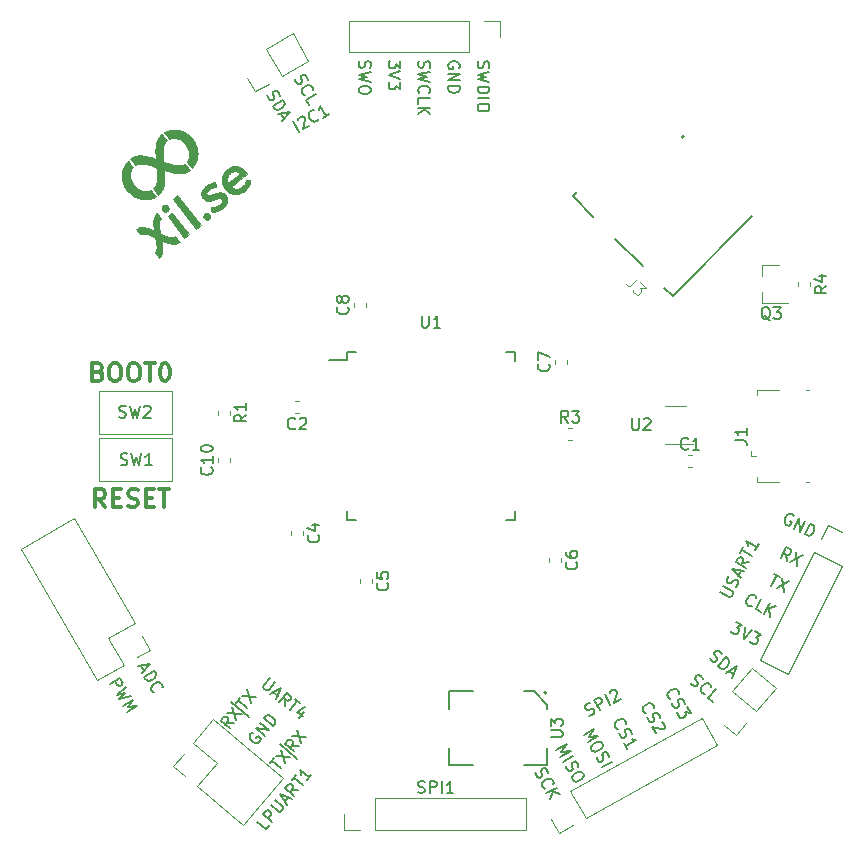
<source format=gbr>
G04 #@! TF.GenerationSoftware,KiCad,Pcbnew,5.0.0-fee4fd1~66~ubuntu18.04.1*
G04 #@! TF.CreationDate,2018-09-24T18:06:56+02:00*
G04 #@! TF.ProjectId,hyperstm,687970657273746D2E6B696361645F70,rev?*
G04 #@! TF.SameCoordinates,Original*
G04 #@! TF.FileFunction,Legend,Top*
G04 #@! TF.FilePolarity,Positive*
%FSLAX46Y46*%
G04 Gerber Fmt 4.6, Leading zero omitted, Abs format (unit mm)*
G04 Created by KiCad (PCBNEW 5.0.0-fee4fd1~66~ubuntu18.04.1) date Mon Sep 24 18:06:56 2018*
%MOMM*%
%LPD*%
G01*
G04 APERTURE LIST*
%ADD10C,0.150000*%
%ADD11C,0.200000*%
%ADD12C,0.300000*%
%ADD13C,0.120000*%
%ADD14C,0.127000*%
%ADD15C,0.010000*%
%ADD16C,0.050000*%
G04 APERTURE END LIST*
D10*
X122836024Y-120946824D02*
X123702049Y-120446824D01*
X123892525Y-120776738D01*
X123898905Y-120883027D01*
X123881475Y-120948075D01*
X123822806Y-121036934D01*
X123699088Y-121108362D01*
X123592800Y-121114742D01*
X123527751Y-121097312D01*
X123438893Y-121038643D01*
X123248417Y-120708729D01*
X124154430Y-121230371D02*
X123407452Y-121936567D01*
X124121280Y-121744382D01*
X123597928Y-122266482D01*
X124583002Y-121972678D01*
X123907452Y-122802593D02*
X124773478Y-122302593D01*
X124321555Y-122948411D01*
X125106811Y-122879943D01*
X124240786Y-123379943D01*
X125499650Y-119432728D02*
X125737745Y-119845121D01*
X125204595Y-119493106D02*
X126237287Y-119281781D01*
X125537928Y-120070456D01*
X125704595Y-120359131D02*
X126570621Y-119859131D01*
X126689668Y-120065328D01*
X126719857Y-120212855D01*
X126684998Y-120342953D01*
X126626329Y-120431811D01*
X126485181Y-120568289D01*
X126361463Y-120639717D01*
X126172696Y-120693716D01*
X126066408Y-120700096D01*
X125936311Y-120665236D01*
X125823643Y-120565328D01*
X125704595Y-120359131D01*
X126572788Y-121672409D02*
X126507739Y-121654980D01*
X126395071Y-121555071D01*
X126347452Y-121472593D01*
X126317263Y-121325065D01*
X126352123Y-121194968D01*
X126410792Y-121106109D01*
X126551939Y-120969632D01*
X126675657Y-120898203D01*
X126864424Y-120844204D01*
X126970712Y-120837825D01*
X127100810Y-120872684D01*
X127213478Y-120972593D01*
X127261097Y-121055071D01*
X127291286Y-121202599D01*
X127273856Y-121267648D01*
X148912023Y-130154761D02*
X149054880Y-130202380D01*
X149292976Y-130202380D01*
X149388214Y-130154761D01*
X149435833Y-130107142D01*
X149483452Y-130011904D01*
X149483452Y-129916666D01*
X149435833Y-129821428D01*
X149388214Y-129773809D01*
X149292976Y-129726190D01*
X149102500Y-129678571D01*
X149007261Y-129630952D01*
X148959642Y-129583333D01*
X148912023Y-129488095D01*
X148912023Y-129392857D01*
X148959642Y-129297619D01*
X149007261Y-129250000D01*
X149102500Y-129202380D01*
X149340595Y-129202380D01*
X149483452Y-129250000D01*
X149912023Y-130202380D02*
X149912023Y-129202380D01*
X150292976Y-129202380D01*
X150388214Y-129250000D01*
X150435833Y-129297619D01*
X150483452Y-129392857D01*
X150483452Y-129535714D01*
X150435833Y-129630952D01*
X150388214Y-129678571D01*
X150292976Y-129726190D01*
X149912023Y-129726190D01*
X150912023Y-130202380D02*
X150912023Y-129202380D01*
X151912023Y-130202380D02*
X151340595Y-130202380D01*
X151626309Y-130202380D02*
X151626309Y-129202380D01*
X151531071Y-129345238D01*
X151435833Y-129440476D01*
X151340595Y-129488095D01*
X163420503Y-123658055D02*
X163568535Y-123630445D01*
X163776778Y-123515014D01*
X163836989Y-123427193D01*
X163855551Y-123362458D01*
X163851027Y-123256075D01*
X163804855Y-123172778D01*
X163717034Y-123112567D01*
X163652299Y-123094005D01*
X163545916Y-123098528D01*
X163356236Y-123149224D01*
X163249852Y-123153748D01*
X163185118Y-123135186D01*
X163097297Y-123074975D01*
X163051124Y-122991678D01*
X163046601Y-122885295D01*
X163065163Y-122820560D01*
X163125374Y-122732739D01*
X163333617Y-122617308D01*
X163481649Y-122589698D01*
X164318209Y-123214894D02*
X163833399Y-122340274D01*
X164166588Y-122155585D01*
X164272971Y-122151061D01*
X164337706Y-122169623D01*
X164425527Y-122229834D01*
X164494785Y-122354780D01*
X164499309Y-122461163D01*
X164480747Y-122525898D01*
X164420536Y-122613719D01*
X164087347Y-122798408D01*
X165192829Y-122730084D02*
X164708019Y-121855464D01*
X165129029Y-121730986D02*
X165147591Y-121666251D01*
X165207802Y-121578430D01*
X165416045Y-121462999D01*
X165522428Y-121458476D01*
X165587163Y-121477038D01*
X165674984Y-121537249D01*
X165721156Y-121620546D01*
X165748766Y-121768578D01*
X165526017Y-122545395D01*
X166067448Y-122245274D01*
X174516521Y-113220294D02*
X175237812Y-113587810D01*
X175344288Y-113588618D01*
X175408335Y-113567808D01*
X175494002Y-113504569D01*
X175580476Y-113334853D01*
X175581284Y-113228377D01*
X175560474Y-113164329D01*
X175497235Y-113078663D01*
X174775944Y-112711147D01*
X175819089Y-112761659D02*
X175926373Y-112655991D01*
X176034466Y-112443847D01*
X176035275Y-112337370D01*
X176014464Y-112273323D01*
X175951225Y-112187657D01*
X175866367Y-112144419D01*
X175759891Y-112143611D01*
X175695844Y-112164421D01*
X175610178Y-112227661D01*
X175481274Y-112375757D01*
X175395608Y-112438997D01*
X175331561Y-112459807D01*
X175225084Y-112458999D01*
X175140227Y-112415761D01*
X175076987Y-112330095D01*
X175056177Y-112266048D01*
X175056985Y-112159572D01*
X175165078Y-111947427D01*
X175272363Y-111841759D01*
X176039316Y-111804988D02*
X176255502Y-111380700D01*
X176250652Y-112019558D02*
X175510976Y-111268565D01*
X176553313Y-111425553D01*
X176964066Y-110619405D02*
X176388447Y-110700221D01*
X176704643Y-111128551D02*
X175813636Y-110674561D01*
X175986585Y-110335130D01*
X176072251Y-110271890D01*
X176136299Y-110251080D01*
X176242775Y-110251888D01*
X176370062Y-110316744D01*
X176433301Y-110402410D01*
X176454111Y-110466458D01*
X176453303Y-110572934D01*
X176280354Y-110912365D01*
X176202771Y-109910841D02*
X176462194Y-109401694D01*
X177223489Y-110110258D02*
X176332483Y-109656267D01*
X177742335Y-109091965D02*
X177482912Y-109601111D01*
X177612624Y-109346538D02*
X176721617Y-108892548D01*
X176805667Y-109042261D01*
X176847287Y-109170356D01*
X176846479Y-109276832D01*
X138806824Y-74203975D02*
X138306824Y-73337950D01*
X138725597Y-73206143D02*
X138743027Y-73141094D01*
X138801696Y-73052236D01*
X139007892Y-72933188D01*
X139114180Y-72926808D01*
X139179229Y-72944238D01*
X139268087Y-73002907D01*
X139315707Y-73085386D01*
X139345896Y-73232913D01*
X139136738Y-74013499D01*
X139672849Y-73703975D01*
X140491256Y-73121497D02*
X140473826Y-73186545D01*
X140373918Y-73299213D01*
X140291439Y-73346832D01*
X140143912Y-73377022D01*
X140013814Y-73342162D01*
X139924956Y-73283493D01*
X139788478Y-73142345D01*
X139717050Y-73018627D01*
X139663051Y-72829861D01*
X139656671Y-72723573D01*
X139691531Y-72593475D01*
X139791439Y-72480807D01*
X139873918Y-72433188D01*
X140021445Y-72402999D01*
X140086494Y-72420428D01*
X141363661Y-72727785D02*
X140868789Y-73013499D01*
X141116225Y-72870642D02*
X140616225Y-72004617D01*
X140605175Y-72175954D01*
X140570315Y-72306051D01*
X140511646Y-72394910D01*
X143955238Y-68247976D02*
X143907619Y-68390833D01*
X143907619Y-68628928D01*
X143955238Y-68724166D01*
X144002857Y-68771785D01*
X144098095Y-68819404D01*
X144193333Y-68819404D01*
X144288571Y-68771785D01*
X144336190Y-68724166D01*
X144383809Y-68628928D01*
X144431428Y-68438452D01*
X144479047Y-68343214D01*
X144526666Y-68295595D01*
X144621904Y-68247976D01*
X144717142Y-68247976D01*
X144812380Y-68295595D01*
X144860000Y-68343214D01*
X144907619Y-68438452D01*
X144907619Y-68676547D01*
X144860000Y-68819404D01*
X144907619Y-69152738D02*
X143907619Y-69390833D01*
X144621904Y-69581309D01*
X143907619Y-69771785D01*
X144907619Y-70009880D01*
X144907619Y-70581309D02*
X144907619Y-70771785D01*
X144860000Y-70867023D01*
X144764761Y-70962261D01*
X144574285Y-71009880D01*
X144240952Y-71009880D01*
X144050476Y-70962261D01*
X143955238Y-70867023D01*
X143907619Y-70771785D01*
X143907619Y-70581309D01*
X143955238Y-70486071D01*
X144050476Y-70390833D01*
X144240952Y-70343214D01*
X144574285Y-70343214D01*
X144764761Y-70390833D01*
X144860000Y-70486071D01*
X144907619Y-70581309D01*
X147427619Y-68210357D02*
X147427619Y-68829404D01*
X147046666Y-68496071D01*
X147046666Y-68638928D01*
X146999047Y-68734166D01*
X146951428Y-68781785D01*
X146856190Y-68829404D01*
X146618095Y-68829404D01*
X146522857Y-68781785D01*
X146475238Y-68734166D01*
X146427619Y-68638928D01*
X146427619Y-68353214D01*
X146475238Y-68257976D01*
X146522857Y-68210357D01*
X147427619Y-69115119D02*
X146427619Y-69448452D01*
X147427619Y-69781785D01*
X147427619Y-70019880D02*
X147427619Y-70638928D01*
X147046666Y-70305595D01*
X147046666Y-70448452D01*
X146999047Y-70543690D01*
X146951428Y-70591309D01*
X146856190Y-70638928D01*
X146618095Y-70638928D01*
X146522857Y-70591309D01*
X146475238Y-70543690D01*
X146427619Y-70448452D01*
X146427619Y-70162738D01*
X146475238Y-70067500D01*
X146522857Y-70019880D01*
X148985238Y-68227976D02*
X148937619Y-68370833D01*
X148937619Y-68608928D01*
X148985238Y-68704166D01*
X149032857Y-68751785D01*
X149128095Y-68799404D01*
X149223333Y-68799404D01*
X149318571Y-68751785D01*
X149366190Y-68704166D01*
X149413809Y-68608928D01*
X149461428Y-68418452D01*
X149509047Y-68323214D01*
X149556666Y-68275595D01*
X149651904Y-68227976D01*
X149747142Y-68227976D01*
X149842380Y-68275595D01*
X149890000Y-68323214D01*
X149937619Y-68418452D01*
X149937619Y-68656547D01*
X149890000Y-68799404D01*
X149937619Y-69132738D02*
X148937619Y-69370833D01*
X149651904Y-69561309D01*
X148937619Y-69751785D01*
X149937619Y-69989880D01*
X149032857Y-70942261D02*
X148985238Y-70894642D01*
X148937619Y-70751785D01*
X148937619Y-70656547D01*
X148985238Y-70513690D01*
X149080476Y-70418452D01*
X149175714Y-70370833D01*
X149366190Y-70323214D01*
X149509047Y-70323214D01*
X149699523Y-70370833D01*
X149794761Y-70418452D01*
X149890000Y-70513690D01*
X149937619Y-70656547D01*
X149937619Y-70751785D01*
X149890000Y-70894642D01*
X149842380Y-70942261D01*
X148937619Y-71847023D02*
X148937619Y-71370833D01*
X149937619Y-71370833D01*
X148937619Y-72180357D02*
X149937619Y-72180357D01*
X148937619Y-72751785D02*
X149509047Y-72323214D01*
X149937619Y-72751785D02*
X149366190Y-72180357D01*
X152410000Y-68829404D02*
X152457619Y-68734166D01*
X152457619Y-68591309D01*
X152410000Y-68448452D01*
X152314761Y-68353214D01*
X152219523Y-68305595D01*
X152029047Y-68257976D01*
X151886190Y-68257976D01*
X151695714Y-68305595D01*
X151600476Y-68353214D01*
X151505238Y-68448452D01*
X151457619Y-68591309D01*
X151457619Y-68686547D01*
X151505238Y-68829404D01*
X151552857Y-68877023D01*
X151886190Y-68877023D01*
X151886190Y-68686547D01*
X151457619Y-69305595D02*
X152457619Y-69305595D01*
X151457619Y-69877023D01*
X152457619Y-69877023D01*
X151457619Y-70353214D02*
X152457619Y-70353214D01*
X152457619Y-70591309D01*
X152410000Y-70734166D01*
X152314761Y-70829404D01*
X152219523Y-70877023D01*
X152029047Y-70924642D01*
X151886190Y-70924642D01*
X151695714Y-70877023D01*
X151600476Y-70829404D01*
X151505238Y-70734166D01*
X151457619Y-70591309D01*
X151457619Y-70353214D01*
X154005238Y-68257976D02*
X153957619Y-68400833D01*
X153957619Y-68638928D01*
X154005238Y-68734166D01*
X154052857Y-68781785D01*
X154148095Y-68829404D01*
X154243333Y-68829404D01*
X154338571Y-68781785D01*
X154386190Y-68734166D01*
X154433809Y-68638928D01*
X154481428Y-68448452D01*
X154529047Y-68353214D01*
X154576666Y-68305595D01*
X154671904Y-68257976D01*
X154767142Y-68257976D01*
X154862380Y-68305595D01*
X154910000Y-68353214D01*
X154957619Y-68448452D01*
X154957619Y-68686547D01*
X154910000Y-68829404D01*
X154957619Y-69162738D02*
X153957619Y-69400833D01*
X154671904Y-69591309D01*
X153957619Y-69781785D01*
X154957619Y-70019880D01*
X153957619Y-70400833D02*
X154957619Y-70400833D01*
X154957619Y-70638928D01*
X154910000Y-70781785D01*
X154814761Y-70877023D01*
X154719523Y-70924642D01*
X154529047Y-70972261D01*
X154386190Y-70972261D01*
X154195714Y-70924642D01*
X154100476Y-70877023D01*
X154005238Y-70781785D01*
X153957619Y-70638928D01*
X153957619Y-70400833D01*
X153957619Y-71400833D02*
X154957619Y-71400833D01*
X154957619Y-72067500D02*
X154957619Y-72257976D01*
X154910000Y-72353214D01*
X154814761Y-72448452D01*
X154624285Y-72496071D01*
X154290952Y-72496071D01*
X154100476Y-72448452D01*
X154005238Y-72353214D01*
X153957619Y-72257976D01*
X153957619Y-72067500D01*
X154005238Y-71972261D01*
X154100476Y-71877023D01*
X154290952Y-71829404D01*
X154624285Y-71829404D01*
X154814761Y-71877023D01*
X154910000Y-71972261D01*
X154957619Y-72067500D01*
X138493454Y-69771775D02*
X138523643Y-69919303D01*
X138642690Y-70125499D01*
X138731549Y-70184168D01*
X138796598Y-70201598D01*
X138902886Y-70195218D01*
X138985364Y-70147599D01*
X139044033Y-70058741D01*
X139061463Y-69993692D01*
X139055083Y-69887404D01*
X139001085Y-69698637D01*
X138994705Y-69592349D01*
X139012135Y-69527300D01*
X139070804Y-69438442D01*
X139153282Y-69390823D01*
X139259571Y-69384443D01*
X139324619Y-69401873D01*
X139413478Y-69460542D01*
X139532525Y-69666738D01*
X139562715Y-69814266D01*
X139320407Y-71108863D02*
X139255358Y-71091433D01*
X139142690Y-70991525D01*
X139095071Y-70909046D01*
X139064882Y-70761518D01*
X139099742Y-70631421D01*
X139158411Y-70542562D01*
X139299558Y-70406085D01*
X139423276Y-70334656D01*
X139612043Y-70280658D01*
X139718331Y-70274278D01*
X139848429Y-70309138D01*
X139961097Y-70409046D01*
X140008716Y-70491525D01*
X140038905Y-70639052D01*
X140021475Y-70704101D01*
X139690309Y-71940029D02*
X139452214Y-71527635D01*
X140318240Y-71027635D01*
X136143454Y-71121775D02*
X136173643Y-71269303D01*
X136292690Y-71475499D01*
X136381549Y-71534168D01*
X136446598Y-71551598D01*
X136552886Y-71545218D01*
X136635364Y-71497599D01*
X136694033Y-71408741D01*
X136711463Y-71343692D01*
X136705083Y-71237404D01*
X136651085Y-71048637D01*
X136644705Y-70942349D01*
X136662135Y-70877300D01*
X136720804Y-70788442D01*
X136803282Y-70740823D01*
X136909571Y-70734443D01*
X136974619Y-70751873D01*
X137063478Y-70810542D01*
X137182525Y-71016738D01*
X137212715Y-71164266D01*
X136602214Y-72011610D02*
X137468240Y-71511610D01*
X137587287Y-71717807D01*
X137617476Y-71865334D01*
X137582617Y-71995432D01*
X137523948Y-72084290D01*
X137382800Y-72220767D01*
X137259082Y-72292196D01*
X137070315Y-72346195D01*
X136964027Y-72352575D01*
X136833930Y-72317715D01*
X136721262Y-72217807D01*
X136602214Y-72011610D01*
X137325841Y-72693539D02*
X137563936Y-73105932D01*
X137030786Y-72753918D02*
X138063478Y-72542593D01*
X137364119Y-73331268D01*
X136361309Y-120481805D02*
X135840957Y-121101936D01*
X135816217Y-121205502D01*
X135822087Y-121272589D01*
X135864434Y-121370285D01*
X136010348Y-121492721D01*
X136113913Y-121517461D01*
X136181000Y-121511591D01*
X136278696Y-121469244D01*
X136799048Y-120849112D01*
X136668219Y-121671767D02*
X137033002Y-121977857D01*
X136411609Y-121829419D02*
X137309745Y-121277638D01*
X136922305Y-122257945D01*
X137615393Y-122839514D02*
X137666134Y-122260469D01*
X137177653Y-122472207D02*
X137820441Y-121706163D01*
X138112267Y-121951034D01*
X138154615Y-122048730D01*
X138160484Y-122115818D01*
X138135745Y-122219383D01*
X138043918Y-122328818D01*
X137946222Y-122371166D01*
X137879135Y-122377035D01*
X137775569Y-122352295D01*
X137483743Y-122107424D01*
X138477050Y-122257123D02*
X138914790Y-122624431D01*
X138053133Y-123206821D02*
X138695920Y-122440777D01*
X139284181Y-123369522D02*
X138855655Y-123880218D01*
X139346660Y-122924651D02*
X138705135Y-123318781D01*
X139179353Y-123716697D01*
X136340800Y-132902871D02*
X136034710Y-133267654D01*
X135268666Y-132624866D01*
X136555062Y-132647522D02*
X135789018Y-132004735D01*
X136033889Y-131712908D01*
X136131585Y-131670561D01*
X136198673Y-131664691D01*
X136302238Y-131689431D01*
X136411673Y-131781258D01*
X136454021Y-131878954D01*
X136459890Y-131946041D01*
X136435151Y-132049607D01*
X136190279Y-132341433D01*
X136431805Y-131238690D02*
X137051936Y-131759042D01*
X137155502Y-131783782D01*
X137222589Y-131777912D01*
X137320285Y-131735565D01*
X137442721Y-131589651D01*
X137467461Y-131486086D01*
X137461591Y-131418999D01*
X137419244Y-131321303D01*
X136799112Y-130800951D01*
X137621767Y-130931780D02*
X137927857Y-130566997D01*
X137779419Y-131188390D02*
X137227638Y-130290254D01*
X138207945Y-130677694D01*
X138789514Y-129984606D02*
X138210469Y-129933865D01*
X138422207Y-130422346D02*
X137656163Y-129779558D01*
X137901034Y-129487732D01*
X137998730Y-129445384D01*
X138065818Y-129439515D01*
X138169383Y-129464254D01*
X138278818Y-129556081D01*
X138321166Y-129653777D01*
X138327035Y-129720864D01*
X138302295Y-129824430D01*
X138057424Y-130116256D01*
X138207123Y-129122949D02*
X138574431Y-128685209D01*
X139156821Y-129546866D02*
X138390777Y-128904079D01*
X139891436Y-128671387D02*
X139524129Y-129109127D01*
X139707782Y-128890257D02*
X138941738Y-128247469D01*
X138989955Y-128412253D01*
X139001694Y-128546427D01*
X138976954Y-128649993D01*
X134905077Y-125094254D02*
X134807380Y-125136601D01*
X134715554Y-125246036D01*
X134660205Y-125386080D01*
X134671944Y-125520255D01*
X134714292Y-125617951D01*
X134829596Y-125776865D01*
X134939031Y-125868692D01*
X135115553Y-125954649D01*
X135219119Y-125979389D01*
X135353293Y-125967650D01*
X135481598Y-125888824D01*
X135542816Y-125815867D01*
X135598164Y-125675823D01*
X135592295Y-125608736D01*
X135336947Y-125394474D01*
X135214511Y-125540387D01*
X135940732Y-125341649D02*
X135174688Y-124698862D01*
X136308039Y-124903910D01*
X135541995Y-124261122D01*
X136614129Y-124539127D02*
X135848084Y-123896339D01*
X136001129Y-123713947D01*
X136129434Y-123635121D01*
X136263608Y-123623383D01*
X136367174Y-123648122D01*
X136543696Y-123734080D01*
X136653131Y-123825907D01*
X136768435Y-123984821D01*
X136810783Y-124082517D01*
X136822522Y-124216691D01*
X136767173Y-124356735D01*
X136614129Y-124539127D01*
D11*
X133090000Y-122460000D02*
X134600000Y-123740000D01*
X137200000Y-126040000D02*
X138710000Y-127320000D01*
D10*
X133477123Y-122572949D02*
X133844431Y-122135209D01*
X134426821Y-122996866D02*
X133660777Y-122354079D01*
X133997475Y-121952817D02*
X135192045Y-122084909D01*
X134426000Y-121442121D02*
X134763520Y-122595605D01*
X133329257Y-124300953D02*
X132750212Y-124250212D01*
X132961950Y-124738693D02*
X132195906Y-124095905D01*
X132440777Y-123804079D01*
X132538473Y-123761731D01*
X132605560Y-123755862D01*
X132709126Y-123780601D01*
X132818561Y-123872428D01*
X132860909Y-123970124D01*
X132866778Y-124037211D01*
X132842038Y-124140777D01*
X132597167Y-124432603D01*
X132777475Y-123402817D02*
X133972045Y-123534909D01*
X133206000Y-122892121D02*
X133543520Y-124045605D01*
X138819257Y-126250953D02*
X138240212Y-126200212D01*
X138451950Y-126688693D02*
X137685906Y-126045905D01*
X137930777Y-125754079D01*
X138028473Y-125711731D01*
X138095560Y-125705862D01*
X138199126Y-125730601D01*
X138308561Y-125822428D01*
X138350909Y-125920124D01*
X138356778Y-125987211D01*
X138332038Y-126090777D01*
X138087167Y-126382603D01*
X138267475Y-125352817D02*
X139462045Y-125484909D01*
X138696000Y-124842121D02*
X139033520Y-125995605D01*
X136367123Y-127682949D02*
X136734431Y-127245209D01*
X137316821Y-128106866D02*
X136550777Y-127464079D01*
X136887475Y-127062817D02*
X138082045Y-127194909D01*
X137316000Y-126552121D02*
X137653520Y-127705605D01*
X158859720Y-128475340D02*
X158887330Y-128623372D01*
X159002761Y-128831615D01*
X159090582Y-128891826D01*
X159155316Y-128910388D01*
X159261700Y-128905864D01*
X159344997Y-128859692D01*
X159405208Y-128771871D01*
X159423770Y-128707136D01*
X159419246Y-128600753D01*
X159368550Y-128411073D01*
X159364026Y-128304689D01*
X159382589Y-128239955D01*
X159442800Y-128152134D01*
X159526097Y-128105961D01*
X159632480Y-128101438D01*
X159697215Y-128120000D01*
X159785036Y-128180211D01*
X159900467Y-128388454D01*
X159928076Y-128536486D01*
X159663212Y-129826656D02*
X159598477Y-129808094D01*
X159487570Y-129706235D01*
X159441398Y-129622937D01*
X159413788Y-129474906D01*
X159450913Y-129345436D01*
X159511124Y-129257615D01*
X159654632Y-129123622D01*
X159779577Y-129054363D01*
X159969258Y-129003667D01*
X160075641Y-128999144D01*
X160205111Y-129036268D01*
X160316018Y-129138128D01*
X160362190Y-129221425D01*
X160389800Y-129369457D01*
X160371238Y-129434192D01*
X159787691Y-130247666D02*
X160662310Y-129762856D01*
X160064725Y-130747448D02*
X160356732Y-130095577D01*
X160939344Y-130262639D02*
X160162528Y-130039890D01*
X160627951Y-126556995D02*
X161502571Y-126072186D01*
X161039446Y-126710018D01*
X161825777Y-126655265D01*
X160951157Y-127140075D01*
X161182019Y-127556561D02*
X162056639Y-127071751D01*
X161431443Y-127908311D02*
X161459053Y-128056343D01*
X161574484Y-128264586D01*
X161662305Y-128324797D01*
X161727040Y-128343359D01*
X161833423Y-128338836D01*
X161916720Y-128292663D01*
X161976931Y-128204842D01*
X161995493Y-128140108D01*
X161990970Y-128033724D01*
X161940274Y-127844044D01*
X161935750Y-127737661D01*
X161954312Y-127672926D01*
X162014523Y-127585105D01*
X162097820Y-127538933D01*
X162204203Y-127534409D01*
X162268938Y-127552971D01*
X162356759Y-127613182D01*
X162472190Y-127821425D01*
X162499800Y-127969457D01*
X162841569Y-128487802D02*
X162933913Y-128654396D01*
X162938437Y-128760779D01*
X162901312Y-128890249D01*
X162757804Y-129024242D01*
X162466264Y-129185845D01*
X162276584Y-129236541D01*
X162147115Y-129199417D01*
X162059294Y-129139206D01*
X161966949Y-128972611D01*
X161962425Y-128866228D01*
X161999550Y-128736759D01*
X162143058Y-128602765D01*
X162434598Y-128441162D01*
X162624278Y-128390466D01*
X162753748Y-128427591D01*
X162841569Y-128487802D01*
X162947951Y-125276995D02*
X163822571Y-124792186D01*
X163359446Y-125430018D01*
X164145777Y-125375265D01*
X163271157Y-125860075D01*
X164468984Y-125958345D02*
X164561328Y-126124939D01*
X164565852Y-126231323D01*
X164528727Y-126360792D01*
X164385219Y-126494785D01*
X164093679Y-126656389D01*
X163903999Y-126707085D01*
X163774529Y-126669960D01*
X163686709Y-126609749D01*
X163594364Y-126443155D01*
X163589840Y-126336771D01*
X163626965Y-126207302D01*
X163770473Y-126073309D01*
X164062013Y-125911706D01*
X164251693Y-125861009D01*
X164381163Y-125898134D01*
X164468984Y-125958345D01*
X164028477Y-127128094D02*
X164056087Y-127276126D01*
X164171518Y-127484369D01*
X164259339Y-127544580D01*
X164324074Y-127563142D01*
X164430457Y-127558618D01*
X164513754Y-127512446D01*
X164573965Y-127424625D01*
X164592528Y-127359890D01*
X164588004Y-127253507D01*
X164537308Y-127063827D01*
X164532784Y-126957443D01*
X164551346Y-126892709D01*
X164611557Y-126804888D01*
X164694854Y-126758715D01*
X164801238Y-126754192D01*
X164865972Y-126772754D01*
X164953793Y-126832965D01*
X165069224Y-127041208D01*
X165096834Y-127189239D01*
X164471638Y-128025800D02*
X165346258Y-127540990D01*
X165804575Y-124765334D02*
X165739840Y-124746771D01*
X165628933Y-124644912D01*
X165582761Y-124561615D01*
X165555151Y-124413583D01*
X165592275Y-124284114D01*
X165652486Y-124196293D01*
X165795994Y-124062299D01*
X165920940Y-123993041D01*
X166110621Y-123942345D01*
X166217004Y-123937821D01*
X166346473Y-123974946D01*
X166457380Y-124076805D01*
X166503553Y-124160102D01*
X166531163Y-124308134D01*
X166512600Y-124372869D01*
X165947616Y-125121608D02*
X165975226Y-125269640D01*
X166090656Y-125477883D01*
X166178477Y-125538094D01*
X166243212Y-125556656D01*
X166349595Y-125552133D01*
X166432892Y-125505960D01*
X166493103Y-125418139D01*
X166511666Y-125353405D01*
X166507142Y-125247021D01*
X166456446Y-125057341D01*
X166451922Y-124950958D01*
X166470484Y-124886223D01*
X166530695Y-124798402D01*
X166613993Y-124752230D01*
X166720376Y-124747706D01*
X166785111Y-124766268D01*
X166872931Y-124826479D01*
X166988362Y-125034722D01*
X167015972Y-125182754D01*
X166644725Y-126477448D02*
X166367691Y-125977666D01*
X166506208Y-126227557D02*
X167380827Y-125742748D01*
X167209709Y-125728709D01*
X167080240Y-125691584D01*
X166992419Y-125631373D01*
X168184575Y-123435334D02*
X168119840Y-123416771D01*
X168008933Y-123314912D01*
X167962761Y-123231615D01*
X167935151Y-123083583D01*
X167972275Y-122954114D01*
X168032486Y-122866293D01*
X168175994Y-122732299D01*
X168300940Y-122663041D01*
X168490621Y-122612345D01*
X168597004Y-122607821D01*
X168726473Y-122644946D01*
X168837380Y-122746805D01*
X168883553Y-122830102D01*
X168911163Y-122978134D01*
X168892600Y-123042869D01*
X168327616Y-123791608D02*
X168355226Y-123939640D01*
X168470656Y-124147883D01*
X168558477Y-124208094D01*
X168623212Y-124226656D01*
X168729595Y-124222133D01*
X168812892Y-124175960D01*
X168873103Y-124088139D01*
X168891666Y-124023405D01*
X168887142Y-123917021D01*
X168836446Y-123727341D01*
X168831922Y-123620958D01*
X168850484Y-123556223D01*
X168910695Y-123468402D01*
X168993993Y-123422230D01*
X169100376Y-123417706D01*
X169165111Y-123436268D01*
X169252931Y-123496479D01*
X169368362Y-123704722D01*
X169395972Y-123852754D01*
X169539013Y-124209029D02*
X169603748Y-124227591D01*
X169691569Y-124287802D01*
X169807000Y-124496045D01*
X169811523Y-124602428D01*
X169792961Y-124667163D01*
X169732750Y-124754984D01*
X169649453Y-124801156D01*
X169501421Y-124828766D01*
X168724604Y-124606017D01*
X169024725Y-125147448D01*
X170274575Y-122225334D02*
X170209840Y-122206771D01*
X170098933Y-122104912D01*
X170052761Y-122021615D01*
X170025151Y-121873583D01*
X170062275Y-121744114D01*
X170122486Y-121656293D01*
X170265994Y-121522299D01*
X170390940Y-121453041D01*
X170580621Y-121402345D01*
X170687004Y-121397821D01*
X170816473Y-121434946D01*
X170927380Y-121536805D01*
X170973553Y-121620102D01*
X171001163Y-121768134D01*
X170982600Y-121832869D01*
X170417616Y-122581608D02*
X170445226Y-122729640D01*
X170560656Y-122937883D01*
X170648477Y-122998094D01*
X170713212Y-123016656D01*
X170819595Y-123012133D01*
X170902892Y-122965960D01*
X170963103Y-122878139D01*
X170981666Y-122813405D01*
X170977142Y-122707021D01*
X170926446Y-122517341D01*
X170921922Y-122410958D01*
X170940484Y-122346223D01*
X171000695Y-122258402D01*
X171083993Y-122212230D01*
X171190376Y-122207706D01*
X171255111Y-122226268D01*
X171342931Y-122286479D01*
X171458362Y-122494722D01*
X171485972Y-122642754D01*
X171689224Y-122911208D02*
X171989344Y-123452639D01*
X171494553Y-123345788D01*
X171563811Y-123470734D01*
X171568335Y-123577117D01*
X171549773Y-123641852D01*
X171489562Y-123729673D01*
X171281319Y-123845104D01*
X171174936Y-123849628D01*
X171110201Y-123831065D01*
X171022380Y-123770854D01*
X170883863Y-123520963D01*
X170879339Y-123414580D01*
X170897901Y-123349845D01*
X171985306Y-120854511D02*
X172064132Y-120982816D01*
X172246523Y-121135861D01*
X172350089Y-121160600D01*
X172417176Y-121154731D01*
X172514872Y-121112383D01*
X172576090Y-121039427D01*
X172600830Y-120935861D01*
X172594960Y-120868774D01*
X172552613Y-120771078D01*
X172437308Y-120612164D01*
X172394961Y-120514467D01*
X172389091Y-120447380D01*
X172413831Y-120343815D01*
X172475049Y-120270858D01*
X172572745Y-120228510D01*
X172639832Y-120222641D01*
X172743398Y-120247380D01*
X172925789Y-120400425D01*
X173004615Y-120528730D01*
X173219699Y-121828127D02*
X173152611Y-121833997D01*
X173012568Y-121778648D01*
X172939611Y-121717430D01*
X172860785Y-121589125D01*
X172849046Y-121454951D01*
X172873786Y-121351385D01*
X172959743Y-121174863D01*
X173051570Y-121065428D01*
X173210484Y-120950124D01*
X173308180Y-120907776D01*
X173442355Y-120896037D01*
X173582399Y-120951386D01*
X173655355Y-121012604D01*
X173734181Y-121140909D01*
X173740051Y-121207996D01*
X173851569Y-122482654D02*
X173486786Y-122176564D01*
X174129573Y-121410520D01*
X173598827Y-118793902D02*
X173677653Y-118922207D01*
X173860045Y-119075252D01*
X173963610Y-119099991D01*
X174030698Y-119094122D01*
X174128394Y-119051774D01*
X174189612Y-118978818D01*
X174214351Y-118875252D01*
X174208482Y-118808165D01*
X174166134Y-118710469D01*
X174050830Y-118551555D01*
X174008482Y-118453858D01*
X174002613Y-118386771D01*
X174027352Y-118283206D01*
X174088570Y-118210249D01*
X174186266Y-118167901D01*
X174253354Y-118162032D01*
X174356919Y-118186772D01*
X174539311Y-118339816D01*
X174618137Y-118468121D01*
X174334263Y-119473168D02*
X174977050Y-118707123D01*
X175159442Y-118860168D01*
X175238268Y-118988473D01*
X175250007Y-119122648D01*
X175225267Y-119226213D01*
X175139310Y-119402735D01*
X175047483Y-119512170D01*
X174888569Y-119627475D01*
X174790873Y-119669822D01*
X174656698Y-119681561D01*
X174516654Y-119626213D01*
X174334263Y-119473168D01*
X175247483Y-119866477D02*
X175612266Y-120172566D01*
X174990872Y-120024129D02*
X175889008Y-119472347D01*
X175501569Y-120452654D01*
X175828152Y-115698781D02*
X176379727Y-115979822D01*
X175909776Y-116167923D01*
X176037063Y-116232779D01*
X176100302Y-116318445D01*
X176121112Y-116382493D01*
X176120304Y-116488969D01*
X176012211Y-116701113D01*
X175926545Y-116764352D01*
X175862497Y-116785163D01*
X175756021Y-116784354D01*
X175501448Y-116654643D01*
X175438209Y-116568977D01*
X175417398Y-116504929D01*
X176634300Y-116109534D02*
X176477312Y-117151871D01*
X177228305Y-116412194D01*
X177440449Y-116520287D02*
X177992025Y-116801329D01*
X177522074Y-116989430D01*
X177649360Y-117054286D01*
X177712600Y-117139952D01*
X177733410Y-117203999D01*
X177732602Y-117310475D01*
X177624509Y-117522620D01*
X177538842Y-117585859D01*
X177474795Y-117606669D01*
X177368319Y-117605861D01*
X177113745Y-117476149D01*
X177050506Y-117390483D01*
X177029696Y-117326436D01*
X177168974Y-114375971D02*
X177104926Y-114396781D01*
X176956021Y-114374354D01*
X176871163Y-114331117D01*
X176765495Y-114223833D01*
X176723875Y-114095738D01*
X176724683Y-113989261D01*
X176768729Y-113797927D01*
X176833584Y-113670640D01*
X176962488Y-113522544D01*
X177048154Y-113459304D01*
X177176249Y-113417684D01*
X177325154Y-113440111D01*
X177410012Y-113483348D01*
X177515680Y-113590633D01*
X177536490Y-113654680D01*
X177931885Y-114871582D02*
X177507597Y-114655396D01*
X177961587Y-113764390D01*
X178228888Y-115022912D02*
X178682878Y-114131906D01*
X178738034Y-115282335D02*
X178615597Y-114578621D01*
X179192025Y-114391329D02*
X178423455Y-114641052D01*
X179019158Y-111622771D02*
X179528305Y-111882194D01*
X178819741Y-112643489D02*
X179273732Y-111752483D01*
X179740449Y-111990287D02*
X179880463Y-113183954D01*
X180334454Y-112292947D02*
X179286459Y-112881294D01*
X180129457Y-110529964D02*
X180048640Y-109954345D01*
X179620310Y-110270540D02*
X180074300Y-109379534D01*
X180413732Y-109552483D01*
X180476971Y-109638149D01*
X180497781Y-109702196D01*
X180496973Y-109808673D01*
X180432117Y-109935959D01*
X180346451Y-109999198D01*
X180282403Y-110020009D01*
X180175927Y-110019200D01*
X179836496Y-109846252D01*
X180880449Y-109790287D02*
X181020463Y-110983954D01*
X181474454Y-110092947D02*
X180426459Y-110681294D01*
X180743535Y-106752540D02*
X180680296Y-106666874D01*
X180553009Y-106602018D01*
X180404104Y-106579591D01*
X180276009Y-106621211D01*
X180190343Y-106684451D01*
X180061440Y-106832548D01*
X179996584Y-106959834D01*
X179952539Y-107151168D01*
X179951730Y-107257645D01*
X179993351Y-107385740D01*
X180099019Y-107493024D01*
X180183877Y-107536261D01*
X180332782Y-107558688D01*
X180396829Y-107537878D01*
X180548160Y-107240876D01*
X180378444Y-107154402D01*
X180735452Y-107817303D02*
X181189443Y-106926297D01*
X181244599Y-108076726D01*
X181698589Y-107185720D01*
X181668888Y-108292912D02*
X182122878Y-107401906D01*
X182335023Y-107509999D01*
X182440691Y-107617283D01*
X182482311Y-107745378D01*
X182481503Y-107851855D01*
X182437457Y-108043189D01*
X182372602Y-108170475D01*
X182243698Y-108318572D01*
X182158032Y-108381812D01*
X182029937Y-108423432D01*
X181881032Y-108401005D01*
X181668888Y-108292912D01*
D12*
X121840000Y-94542857D02*
X122054285Y-94614285D01*
X122125714Y-94685714D01*
X122197142Y-94828571D01*
X122197142Y-95042857D01*
X122125714Y-95185714D01*
X122054285Y-95257142D01*
X121911428Y-95328571D01*
X121340000Y-95328571D01*
X121340000Y-93828571D01*
X121840000Y-93828571D01*
X121982857Y-93900000D01*
X122054285Y-93971428D01*
X122125714Y-94114285D01*
X122125714Y-94257142D01*
X122054285Y-94400000D01*
X121982857Y-94471428D01*
X121840000Y-94542857D01*
X121340000Y-94542857D01*
X123125714Y-93828571D02*
X123411428Y-93828571D01*
X123554285Y-93900000D01*
X123697142Y-94042857D01*
X123768571Y-94328571D01*
X123768571Y-94828571D01*
X123697142Y-95114285D01*
X123554285Y-95257142D01*
X123411428Y-95328571D01*
X123125714Y-95328571D01*
X122982857Y-95257142D01*
X122840000Y-95114285D01*
X122768571Y-94828571D01*
X122768571Y-94328571D01*
X122840000Y-94042857D01*
X122982857Y-93900000D01*
X123125714Y-93828571D01*
X124697142Y-93828571D02*
X124982857Y-93828571D01*
X125125714Y-93900000D01*
X125268571Y-94042857D01*
X125340000Y-94328571D01*
X125340000Y-94828571D01*
X125268571Y-95114285D01*
X125125714Y-95257142D01*
X124982857Y-95328571D01*
X124697142Y-95328571D01*
X124554285Y-95257142D01*
X124411428Y-95114285D01*
X124340000Y-94828571D01*
X124340000Y-94328571D01*
X124411428Y-94042857D01*
X124554285Y-93900000D01*
X124697142Y-93828571D01*
X125768571Y-93828571D02*
X126625714Y-93828571D01*
X126197142Y-95328571D02*
X126197142Y-93828571D01*
X127411428Y-93828571D02*
X127554285Y-93828571D01*
X127697142Y-93900000D01*
X127768571Y-93971428D01*
X127840000Y-94114285D01*
X127911428Y-94400000D01*
X127911428Y-94757142D01*
X127840000Y-95042857D01*
X127768571Y-95185714D01*
X127697142Y-95257142D01*
X127554285Y-95328571D01*
X127411428Y-95328571D01*
X127268571Y-95257142D01*
X127197142Y-95185714D01*
X127125714Y-95042857D01*
X127054285Y-94757142D01*
X127054285Y-94400000D01*
X127125714Y-94114285D01*
X127197142Y-93971428D01*
X127268571Y-93900000D01*
X127411428Y-93828571D01*
X122431428Y-105998571D02*
X121931428Y-105284285D01*
X121574285Y-105998571D02*
X121574285Y-104498571D01*
X122145714Y-104498571D01*
X122288571Y-104570000D01*
X122360000Y-104641428D01*
X122431428Y-104784285D01*
X122431428Y-104998571D01*
X122360000Y-105141428D01*
X122288571Y-105212857D01*
X122145714Y-105284285D01*
X121574285Y-105284285D01*
X123074285Y-105212857D02*
X123574285Y-105212857D01*
X123788571Y-105998571D02*
X123074285Y-105998571D01*
X123074285Y-104498571D01*
X123788571Y-104498571D01*
X124360000Y-105927142D02*
X124574285Y-105998571D01*
X124931428Y-105998571D01*
X125074285Y-105927142D01*
X125145714Y-105855714D01*
X125217142Y-105712857D01*
X125217142Y-105570000D01*
X125145714Y-105427142D01*
X125074285Y-105355714D01*
X124931428Y-105284285D01*
X124645714Y-105212857D01*
X124502857Y-105141428D01*
X124431428Y-105070000D01*
X124360000Y-104927142D01*
X124360000Y-104784285D01*
X124431428Y-104641428D01*
X124502857Y-104570000D01*
X124645714Y-104498571D01*
X125002857Y-104498571D01*
X125217142Y-104570000D01*
X125860000Y-105212857D02*
X126360000Y-105212857D01*
X126574285Y-105998571D02*
X125860000Y-105998571D01*
X125860000Y-104498571D01*
X126574285Y-104498571D01*
X127002857Y-104498571D02*
X127860000Y-104498571D01*
X127431428Y-105998571D02*
X127431428Y-104498571D01*
D11*
G04 #@! TO.C,U3*
X159802000Y-121714000D02*
G75*
G03X159802000Y-121714000I-100000J0D01*
G01*
D10*
X158702000Y-121564000D02*
X157852000Y-121564000D01*
X159852001Y-122714000D02*
X158702000Y-121564000D01*
X159852000Y-123064000D02*
X159852001Y-122714000D01*
X151551999Y-121564000D02*
X153552000Y-121564000D01*
X151552000Y-123064000D02*
X151551999Y-121564000D01*
X159852001Y-127864000D02*
X157852000Y-127864000D01*
X159852000Y-126364000D02*
X159852001Y-127864000D01*
X151551999Y-127864000D02*
X153552000Y-127864000D01*
X151552000Y-126364000D02*
X151551999Y-127864000D01*
X159852001Y-127864000D02*
X157852000Y-127864000D01*
X159852000Y-126364000D02*
X159852001Y-127864000D01*
X159852001Y-127864000D02*
X157852000Y-127864000D01*
X159852000Y-126364000D02*
X159852001Y-127864000D01*
D13*
G04 #@! TO.C,SW2*
X121940000Y-99810000D02*
X121940000Y-96190000D01*
X128060000Y-99810000D02*
X121940000Y-99810000D01*
X128060000Y-96190000D02*
X128060000Y-99810000D01*
X121940000Y-96190000D02*
X128060000Y-96190000D01*
G04 #@! TO.C,SW1*
X121940000Y-103810000D02*
X121940000Y-100190000D01*
X128060000Y-103810000D02*
X121940000Y-103810000D01*
X128060000Y-100190000D02*
X128060000Y-103810000D01*
X121940000Y-100190000D02*
X128060000Y-100190000D01*
G04 #@! TO.C,C1*
X171795221Y-102618000D02*
X172120779Y-102618000D01*
X171795221Y-101598000D02*
X172120779Y-101598000D01*
G04 #@! TO.C,C4*
X138174000Y-108041221D02*
X138174000Y-108366779D01*
X139194000Y-108041221D02*
X139194000Y-108366779D01*
G04 #@! TO.C,C5*
X144016000Y-112105221D02*
X144016000Y-112430779D01*
X145036000Y-112105221D02*
X145036000Y-112430779D01*
G04 #@! TO.C,C6*
X160018000Y-110327221D02*
X160018000Y-110652779D01*
X161038000Y-110327221D02*
X161038000Y-110652779D01*
G04 #@! TO.C,C7*
X161546000Y-93888779D02*
X161546000Y-93563221D01*
X160526000Y-93888779D02*
X160526000Y-93563221D01*
G04 #@! TO.C,C8*
X144528000Y-89062779D02*
X144528000Y-88737221D01*
X143508000Y-89062779D02*
X143508000Y-88737221D01*
G04 #@! TO.C,C10*
X133004800Y-102162779D02*
X133004800Y-101837221D01*
X131984800Y-102162779D02*
X131984800Y-101837221D01*
G04 #@! TO.C,C2*
X138846779Y-97026000D02*
X138521221Y-97026000D01*
X138846779Y-98046000D02*
X138521221Y-98046000D01*
G04 #@! TO.C,J8*
X135133881Y-70803214D02*
X134468881Y-69651400D01*
X136285695Y-70138214D02*
X135133881Y-70803214D01*
X137385547Y-69503214D02*
X136055547Y-67199586D01*
X136055547Y-67199586D02*
X138307213Y-65899586D01*
X137385547Y-69503214D02*
X139637213Y-68203214D01*
X139637213Y-68203214D02*
X138307213Y-65899586D01*
G04 #@! TO.C,J9*
X175853932Y-125283747D02*
X174835092Y-124428839D01*
X176708839Y-124264908D02*
X175853932Y-125283747D01*
X177525179Y-123292031D02*
X175487501Y-121582216D01*
X175487501Y-121582216D02*
X177158749Y-119590500D01*
X177525179Y-123292031D02*
X179196427Y-121300316D01*
X179196427Y-121300316D02*
X177158749Y-119590500D01*
G04 #@! TO.C,J2*
X155863600Y-64837000D02*
X155863600Y-66167000D01*
X154533600Y-64837000D02*
X155863600Y-64837000D01*
X153263600Y-64837000D02*
X153263600Y-67497000D01*
X153263600Y-67497000D02*
X143043600Y-67497000D01*
X153263600Y-64837000D02*
X143043600Y-64837000D01*
X143043600Y-64837000D02*
X143043600Y-67497000D01*
G04 #@! TO.C,J6*
X183648769Y-107491154D02*
X184833807Y-108094961D01*
X183044961Y-108676193D02*
X183648769Y-107491154D01*
X182468393Y-109807771D02*
X184838471Y-111015386D01*
X184838471Y-111015386D02*
X180198688Y-120121472D01*
X182468393Y-109807771D02*
X177828610Y-118913858D01*
X177828610Y-118913858D02*
X180198688Y-120121472D01*
G04 #@! TO.C,J7*
X160831553Y-133588042D02*
X160186756Y-132424797D01*
X161994797Y-132943244D02*
X160831553Y-133588042D01*
X163105564Y-132327536D02*
X161815970Y-130001048D01*
X161815970Y-130001048D02*
X172976118Y-123814878D01*
X163105564Y-132327536D02*
X174265712Y-126141366D01*
X174265712Y-126141366D02*
X172976118Y-123814878D01*
G04 #@! TO.C,J10*
X142670000Y-133330000D02*
X142670000Y-132000000D01*
X144000000Y-133330000D02*
X142670000Y-133330000D01*
X145270000Y-133330000D02*
X145270000Y-130670000D01*
X145270000Y-130670000D02*
X158030000Y-130670000D01*
X145270000Y-133330000D02*
X158030000Y-133330000D01*
X158030000Y-133330000D02*
X158030000Y-130670000D01*
G04 #@! TO.C,J5*
X128206253Y-127952321D02*
X129061161Y-126933481D01*
X129225092Y-128807228D02*
X128206253Y-127952321D01*
X129877501Y-125960605D02*
X131548749Y-123968889D01*
X131869217Y-127631853D02*
X129877501Y-125960605D01*
X130197969Y-129623568D02*
X131869217Y-127631853D01*
X131548749Y-123968889D02*
X137477933Y-128944066D01*
X130197969Y-129623568D02*
X134135437Y-132927497D01*
X134135437Y-132927497D02*
X137477933Y-128944066D01*
G04 #@! TO.C,J4*
X126236815Y-118056813D02*
X125085000Y-118721814D01*
X125571814Y-116905000D02*
X126236815Y-118056813D01*
X123985148Y-119356814D02*
X121733482Y-120656814D01*
X122685148Y-117105148D02*
X123985148Y-119356814D01*
X124936814Y-115805148D02*
X122685148Y-117105148D01*
X121733482Y-120656814D02*
X115323482Y-109554368D01*
X124936814Y-115805148D02*
X119826814Y-106954368D01*
X119826814Y-106954368D02*
X115323482Y-109554368D01*
G04 #@! TO.C,J1*
X177087500Y-101700000D02*
X177537500Y-101700000D01*
X177087500Y-101700000D02*
X177087500Y-101250000D01*
X177637500Y-96100000D02*
X177637500Y-96550000D01*
X179487500Y-96100000D02*
X177637500Y-96100000D01*
X182037500Y-103900000D02*
X181787500Y-103900000D01*
X182037500Y-96100000D02*
X181787500Y-96100000D01*
X179487500Y-103900000D02*
X177637500Y-103900000D01*
X177637500Y-103900000D02*
X177637500Y-103450000D01*
D11*
G04 #@! TO.C,J3*
X171416507Y-74636107D02*
G75*
G03X171416507Y-74636107I-100000J0D01*
G01*
D14*
X165608741Y-83284023D02*
X167943608Y-85618889D01*
X162012396Y-79687678D02*
X162393527Y-79306547D01*
X163722888Y-81398169D02*
X162012396Y-79687678D01*
X170462322Y-88137604D02*
X177219435Y-81380491D01*
X169739659Y-87414941D02*
X170462322Y-88137604D01*
D10*
G04 #@! TO.C,U1*
X142875000Y-93525000D02*
X141350000Y-93525000D01*
X157125000Y-92875000D02*
X156365000Y-92875000D01*
X157125000Y-107125000D02*
X156365000Y-107125000D01*
X142875000Y-107125000D02*
X143635000Y-107125000D01*
X142875000Y-92875000D02*
X143635000Y-92875000D01*
X142875000Y-107125000D02*
X142875000Y-106365000D01*
X157125000Y-107125000D02*
X157125000Y-106365000D01*
X157125000Y-92875000D02*
X157125000Y-93635000D01*
X142875000Y-92875000D02*
X142875000Y-93525000D01*
D13*
G04 #@! TO.C,Q3*
X178056000Y-85542000D02*
X179516000Y-85542000D01*
X178056000Y-88702000D02*
X180216000Y-88702000D01*
X178056000Y-88702000D02*
X178056000Y-87772000D01*
X178056000Y-85542000D02*
X178056000Y-86472000D01*
G04 #@! TO.C,U2*
X169788000Y-100670000D02*
X172238000Y-100670000D01*
X171588000Y-97450000D02*
X169788000Y-97450000D01*
G04 #@! TO.C,R4*
X181100000Y-86959221D02*
X181100000Y-87284779D01*
X182120000Y-86959221D02*
X182120000Y-87284779D01*
G04 #@! TO.C,R1*
X131980000Y-97837221D02*
X131980000Y-98162779D01*
X133000000Y-97837221D02*
X133000000Y-98162779D01*
G04 #@! TO.C,R3*
X161635221Y-100332000D02*
X161960779Y-100332000D01*
X161635221Y-99312000D02*
X161960779Y-99312000D01*
D15*
G04 #@! TO.C,G\002A\002A\002A*
G36*
X127443546Y-74262925D02*
X127457688Y-74255139D01*
X127477021Y-74244886D01*
X127499599Y-74233210D01*
X127503545Y-74231197D01*
X127620133Y-74176265D01*
X127735658Y-74130929D01*
X127851350Y-74094889D01*
X127968444Y-74067841D01*
X128088171Y-74049485D01*
X128211763Y-74039521D01*
X128296557Y-74037392D01*
X128335812Y-74038318D01*
X128382483Y-74041198D01*
X128434078Y-74045737D01*
X128488105Y-74051643D01*
X128542071Y-74058618D01*
X128593486Y-74066367D01*
X128639856Y-74074598D01*
X128675714Y-74082290D01*
X128780166Y-74110335D01*
X128879799Y-74143491D01*
X128978288Y-74183073D01*
X129052012Y-74216993D01*
X129151961Y-74268498D01*
X129246494Y-74324069D01*
X129337152Y-74384817D01*
X129425473Y-74451854D01*
X129512995Y-74526291D01*
X129601255Y-74609239D01*
X129617960Y-74625779D01*
X129638291Y-74647219D01*
X129663397Y-74675540D01*
X129692169Y-74709340D01*
X129723501Y-74747215D01*
X129756283Y-74787763D01*
X129789409Y-74829580D01*
X129821768Y-74871265D01*
X129852253Y-74911416D01*
X129879757Y-74948629D01*
X129903169Y-74981501D01*
X129921383Y-75008632D01*
X129925032Y-75014413D01*
X129999013Y-75141602D01*
X130062989Y-75268799D01*
X130117106Y-75396483D01*
X130161508Y-75525136D01*
X130196340Y-75655237D01*
X130221747Y-75787267D01*
X130237873Y-75921708D01*
X130244863Y-76059040D01*
X130245112Y-76077577D01*
X130244367Y-76116352D01*
X130241692Y-76162679D01*
X130237360Y-76214277D01*
X130231649Y-76268864D01*
X130224836Y-76324157D01*
X130217196Y-76377872D01*
X130209006Y-76427730D01*
X130200543Y-76471445D01*
X130194100Y-76499142D01*
X130159689Y-76618772D01*
X130119329Y-76731865D01*
X130072297Y-76839845D01*
X130017867Y-76944139D01*
X129955319Y-77046176D01*
X129883928Y-77147383D01*
X129831674Y-77214345D01*
X129814399Y-77235654D01*
X129799486Y-77253976D01*
X129788050Y-77267949D01*
X129781204Y-77276207D01*
X129779760Y-77277857D01*
X129776478Y-77274148D01*
X129767463Y-77263074D01*
X129753225Y-77245282D01*
X129734277Y-77221421D01*
X129711128Y-77192136D01*
X129684292Y-77158078D01*
X129654279Y-77119894D01*
X129621601Y-77078231D01*
X129586771Y-77033737D01*
X129566044Y-77007222D01*
X129353740Y-76735485D01*
X129389682Y-76680411D01*
X129439195Y-76596600D01*
X129478912Y-76511634D01*
X129509196Y-76424533D01*
X129530408Y-76334317D01*
X129539077Y-76277106D01*
X129546597Y-76173275D01*
X129544020Y-76068405D01*
X129531358Y-75962529D01*
X129508617Y-75855681D01*
X129475806Y-75747895D01*
X129432934Y-75639206D01*
X129380007Y-75529648D01*
X129341685Y-75460504D01*
X129322355Y-75429548D01*
X129297389Y-75393063D01*
X129268189Y-75352845D01*
X129236159Y-75310688D01*
X129202700Y-75268389D01*
X129169217Y-75227742D01*
X129137113Y-75190547D01*
X129107790Y-75158595D01*
X129097731Y-75148266D01*
X129009216Y-75064696D01*
X128919593Y-74991068D01*
X128828579Y-74927195D01*
X128735887Y-74872890D01*
X128641229Y-74827969D01*
X128555995Y-74796024D01*
X128457456Y-74768327D01*
X128359938Y-74750674D01*
X128262966Y-74743062D01*
X128166063Y-74745492D01*
X128068755Y-74757960D01*
X127970566Y-74780467D01*
X127924247Y-74794425D01*
X127857365Y-74816086D01*
X127643429Y-74544382D01*
X127601524Y-74491142D01*
X127565491Y-74445307D01*
X127534911Y-74406311D01*
X127509360Y-74373588D01*
X127488414Y-74346570D01*
X127471652Y-74324691D01*
X127458649Y-74307384D01*
X127448982Y-74294082D01*
X127442229Y-74284219D01*
X127437968Y-74277227D01*
X127435772Y-74272540D01*
X127435223Y-74269592D01*
X127435894Y-74267815D01*
X127436540Y-74267199D01*
X127443546Y-74262925D01*
X127443546Y-74262925D01*
G37*
X127443546Y-74262925D02*
X127457688Y-74255139D01*
X127477021Y-74244886D01*
X127499599Y-74233210D01*
X127503545Y-74231197D01*
X127620133Y-74176265D01*
X127735658Y-74130929D01*
X127851350Y-74094889D01*
X127968444Y-74067841D01*
X128088171Y-74049485D01*
X128211763Y-74039521D01*
X128296557Y-74037392D01*
X128335812Y-74038318D01*
X128382483Y-74041198D01*
X128434078Y-74045737D01*
X128488105Y-74051643D01*
X128542071Y-74058618D01*
X128593486Y-74066367D01*
X128639856Y-74074598D01*
X128675714Y-74082290D01*
X128780166Y-74110335D01*
X128879799Y-74143491D01*
X128978288Y-74183073D01*
X129052012Y-74216993D01*
X129151961Y-74268498D01*
X129246494Y-74324069D01*
X129337152Y-74384817D01*
X129425473Y-74451854D01*
X129512995Y-74526291D01*
X129601255Y-74609239D01*
X129617960Y-74625779D01*
X129638291Y-74647219D01*
X129663397Y-74675540D01*
X129692169Y-74709340D01*
X129723501Y-74747215D01*
X129756283Y-74787763D01*
X129789409Y-74829580D01*
X129821768Y-74871265D01*
X129852253Y-74911416D01*
X129879757Y-74948629D01*
X129903169Y-74981501D01*
X129921383Y-75008632D01*
X129925032Y-75014413D01*
X129999013Y-75141602D01*
X130062989Y-75268799D01*
X130117106Y-75396483D01*
X130161508Y-75525136D01*
X130196340Y-75655237D01*
X130221747Y-75787267D01*
X130237873Y-75921708D01*
X130244863Y-76059040D01*
X130245112Y-76077577D01*
X130244367Y-76116352D01*
X130241692Y-76162679D01*
X130237360Y-76214277D01*
X130231649Y-76268864D01*
X130224836Y-76324157D01*
X130217196Y-76377872D01*
X130209006Y-76427730D01*
X130200543Y-76471445D01*
X130194100Y-76499142D01*
X130159689Y-76618772D01*
X130119329Y-76731865D01*
X130072297Y-76839845D01*
X130017867Y-76944139D01*
X129955319Y-77046176D01*
X129883928Y-77147383D01*
X129831674Y-77214345D01*
X129814399Y-77235654D01*
X129799486Y-77253976D01*
X129788050Y-77267949D01*
X129781204Y-77276207D01*
X129779760Y-77277857D01*
X129776478Y-77274148D01*
X129767463Y-77263074D01*
X129753225Y-77245282D01*
X129734277Y-77221421D01*
X129711128Y-77192136D01*
X129684292Y-77158078D01*
X129654279Y-77119894D01*
X129621601Y-77078231D01*
X129586771Y-77033737D01*
X129566044Y-77007222D01*
X129353740Y-76735485D01*
X129389682Y-76680411D01*
X129439195Y-76596600D01*
X129478912Y-76511634D01*
X129509196Y-76424533D01*
X129530408Y-76334317D01*
X129539077Y-76277106D01*
X129546597Y-76173275D01*
X129544020Y-76068405D01*
X129531358Y-75962529D01*
X129508617Y-75855681D01*
X129475806Y-75747895D01*
X129432934Y-75639206D01*
X129380007Y-75529648D01*
X129341685Y-75460504D01*
X129322355Y-75429548D01*
X129297389Y-75393063D01*
X129268189Y-75352845D01*
X129236159Y-75310688D01*
X129202700Y-75268389D01*
X129169217Y-75227742D01*
X129137113Y-75190547D01*
X129107790Y-75158595D01*
X129097731Y-75148266D01*
X129009216Y-75064696D01*
X128919593Y-74991068D01*
X128828579Y-74927195D01*
X128735887Y-74872890D01*
X128641229Y-74827969D01*
X128555995Y-74796024D01*
X128457456Y-74768327D01*
X128359938Y-74750674D01*
X128262966Y-74743062D01*
X128166063Y-74745492D01*
X128068755Y-74757960D01*
X127970566Y-74780467D01*
X127924247Y-74794425D01*
X127857365Y-74816086D01*
X127643429Y-74544382D01*
X127601524Y-74491142D01*
X127565491Y-74445307D01*
X127534911Y-74406311D01*
X127509360Y-74373588D01*
X127488414Y-74346570D01*
X127471652Y-74324691D01*
X127458649Y-74307384D01*
X127448982Y-74294082D01*
X127442229Y-74284219D01*
X127437968Y-74277227D01*
X127435772Y-74272540D01*
X127435223Y-74269592D01*
X127435894Y-74267815D01*
X127436540Y-74267199D01*
X127443546Y-74262925D01*
G36*
X124357963Y-76679925D02*
X124360836Y-76681441D01*
X124365284Y-76685326D01*
X124371755Y-76692126D01*
X124380691Y-76702387D01*
X124392537Y-76716655D01*
X124407737Y-76735479D01*
X124426735Y-76759402D01*
X124449977Y-76788975D01*
X124477907Y-76824741D01*
X124510968Y-76867248D01*
X124549606Y-76917043D01*
X124566591Y-76938955D01*
X124770820Y-77202478D01*
X124729047Y-77256277D01*
X124699958Y-77294736D01*
X124675909Y-77329108D01*
X124654878Y-77362613D01*
X124634845Y-77398466D01*
X124614113Y-77439220D01*
X124575317Y-77529426D01*
X124546183Y-77622343D01*
X124526675Y-77717659D01*
X124516756Y-77815061D01*
X124516387Y-77914239D01*
X124525532Y-78014881D01*
X124544153Y-78116675D01*
X124572213Y-78219309D01*
X124609674Y-78322471D01*
X124656500Y-78425850D01*
X124712655Y-78529134D01*
X124752090Y-78592911D01*
X124770396Y-78619953D01*
X124793453Y-78652108D01*
X124819825Y-78687530D01*
X124848070Y-78724376D01*
X124876751Y-78760803D01*
X124904433Y-78794969D01*
X124929674Y-78825028D01*
X124951038Y-78849138D01*
X124956674Y-78855144D01*
X125031312Y-78927521D01*
X125111158Y-78994359D01*
X125194429Y-79054319D01*
X125279340Y-79106053D01*
X125314446Y-79124693D01*
X125412218Y-79168918D01*
X125511505Y-79203216D01*
X125611922Y-79227573D01*
X125713090Y-79241979D01*
X125814627Y-79246420D01*
X125916152Y-79240883D01*
X126017283Y-79225358D01*
X126117640Y-79199831D01*
X126216840Y-79164290D01*
X126239603Y-79154633D01*
X126284059Y-79135210D01*
X126500708Y-79412508D01*
X126536843Y-79458846D01*
X126570997Y-79502814D01*
X126602677Y-79543763D01*
X126631386Y-79581045D01*
X126656630Y-79614013D01*
X126677912Y-79642018D01*
X126694739Y-79664412D01*
X126706614Y-79680546D01*
X126713042Y-79689773D01*
X126714055Y-79691769D01*
X126708646Y-79694709D01*
X126695869Y-79701545D01*
X126677334Y-79711417D01*
X126654653Y-79723468D01*
X126640097Y-79731190D01*
X126522070Y-79789193D01*
X126404664Y-79837572D01*
X126286733Y-79876708D01*
X126167128Y-79906984D01*
X126046468Y-79928529D01*
X125912795Y-79942603D01*
X125778888Y-79946652D01*
X125645229Y-79940786D01*
X125512300Y-79925115D01*
X125380586Y-79899748D01*
X125250568Y-79864795D01*
X125122729Y-79820368D01*
X124997552Y-79766572D01*
X124875519Y-79703523D01*
X124766296Y-79637341D01*
X124671574Y-79571899D01*
X124581392Y-79501635D01*
X124493519Y-79424724D01*
X124420174Y-79353959D01*
X124394283Y-79326571D01*
X124364082Y-79292328D01*
X124330847Y-79252862D01*
X124295855Y-79209804D01*
X124260381Y-79164786D01*
X124225699Y-79119440D01*
X124193088Y-79075398D01*
X124163821Y-79034292D01*
X124139175Y-78997753D01*
X124128386Y-78980738D01*
X124055253Y-78854275D01*
X123992138Y-78728454D01*
X123938945Y-78602927D01*
X123895579Y-78477345D01*
X123861946Y-78351362D01*
X123837952Y-78224629D01*
X123823501Y-78096797D01*
X123818499Y-77967519D01*
X123821773Y-77853375D01*
X123834245Y-77727508D01*
X123856596Y-77601711D01*
X123888562Y-77476668D01*
X123929882Y-77353066D01*
X123980292Y-77231591D01*
X124039531Y-77112928D01*
X124107335Y-76997763D01*
X124183442Y-76886781D01*
X124201023Y-76863323D01*
X124216159Y-76843906D01*
X124234578Y-76821001D01*
X124255091Y-76796007D01*
X124276511Y-76770329D01*
X124297650Y-76745367D01*
X124317316Y-76722525D01*
X124334323Y-76703203D01*
X124347483Y-76688807D01*
X124355604Y-76680736D01*
X124356222Y-76680230D01*
X124357963Y-76679925D01*
X124357963Y-76679925D01*
G37*
X124357963Y-76679925D02*
X124360836Y-76681441D01*
X124365284Y-76685326D01*
X124371755Y-76692126D01*
X124380691Y-76702387D01*
X124392537Y-76716655D01*
X124407737Y-76735479D01*
X124426735Y-76759402D01*
X124449977Y-76788975D01*
X124477907Y-76824741D01*
X124510968Y-76867248D01*
X124549606Y-76917043D01*
X124566591Y-76938955D01*
X124770820Y-77202478D01*
X124729047Y-77256277D01*
X124699958Y-77294736D01*
X124675909Y-77329108D01*
X124654878Y-77362613D01*
X124634845Y-77398466D01*
X124614113Y-77439220D01*
X124575317Y-77529426D01*
X124546183Y-77622343D01*
X124526675Y-77717659D01*
X124516756Y-77815061D01*
X124516387Y-77914239D01*
X124525532Y-78014881D01*
X124544153Y-78116675D01*
X124572213Y-78219309D01*
X124609674Y-78322471D01*
X124656500Y-78425850D01*
X124712655Y-78529134D01*
X124752090Y-78592911D01*
X124770396Y-78619953D01*
X124793453Y-78652108D01*
X124819825Y-78687530D01*
X124848070Y-78724376D01*
X124876751Y-78760803D01*
X124904433Y-78794969D01*
X124929674Y-78825028D01*
X124951038Y-78849138D01*
X124956674Y-78855144D01*
X125031312Y-78927521D01*
X125111158Y-78994359D01*
X125194429Y-79054319D01*
X125279340Y-79106053D01*
X125314446Y-79124693D01*
X125412218Y-79168918D01*
X125511505Y-79203216D01*
X125611922Y-79227573D01*
X125713090Y-79241979D01*
X125814627Y-79246420D01*
X125916152Y-79240883D01*
X126017283Y-79225358D01*
X126117640Y-79199831D01*
X126216840Y-79164290D01*
X126239603Y-79154633D01*
X126284059Y-79135210D01*
X126500708Y-79412508D01*
X126536843Y-79458846D01*
X126570997Y-79502814D01*
X126602677Y-79543763D01*
X126631386Y-79581045D01*
X126656630Y-79614013D01*
X126677912Y-79642018D01*
X126694739Y-79664412D01*
X126706614Y-79680546D01*
X126713042Y-79689773D01*
X126714055Y-79691769D01*
X126708646Y-79694709D01*
X126695869Y-79701545D01*
X126677334Y-79711417D01*
X126654653Y-79723468D01*
X126640097Y-79731190D01*
X126522070Y-79789193D01*
X126404664Y-79837572D01*
X126286733Y-79876708D01*
X126167128Y-79906984D01*
X126046468Y-79928529D01*
X125912795Y-79942603D01*
X125778888Y-79946652D01*
X125645229Y-79940786D01*
X125512300Y-79925115D01*
X125380586Y-79899748D01*
X125250568Y-79864795D01*
X125122729Y-79820368D01*
X124997552Y-79766572D01*
X124875519Y-79703523D01*
X124766296Y-79637341D01*
X124671574Y-79571899D01*
X124581392Y-79501635D01*
X124493519Y-79424724D01*
X124420174Y-79353959D01*
X124394283Y-79326571D01*
X124364082Y-79292328D01*
X124330847Y-79252862D01*
X124295855Y-79209804D01*
X124260381Y-79164786D01*
X124225699Y-79119440D01*
X124193088Y-79075398D01*
X124163821Y-79034292D01*
X124139175Y-78997753D01*
X124128386Y-78980738D01*
X124055253Y-78854275D01*
X123992138Y-78728454D01*
X123938945Y-78602927D01*
X123895579Y-78477345D01*
X123861946Y-78351362D01*
X123837952Y-78224629D01*
X123823501Y-78096797D01*
X123818499Y-77967519D01*
X123821773Y-77853375D01*
X123834245Y-77727508D01*
X123856596Y-77601711D01*
X123888562Y-77476668D01*
X123929882Y-77353066D01*
X123980292Y-77231591D01*
X124039531Y-77112928D01*
X124107335Y-76997763D01*
X124183442Y-76886781D01*
X124201023Y-76863323D01*
X124216159Y-76843906D01*
X124234578Y-76821001D01*
X124255091Y-76796007D01*
X124276511Y-76770329D01*
X124297650Y-76745367D01*
X124317316Y-76722525D01*
X124334323Y-76703203D01*
X124347483Y-76688807D01*
X124355604Y-76680736D01*
X124356222Y-76680230D01*
X124357963Y-76679925D01*
G36*
X124573897Y-76484878D02*
X124588884Y-76474538D01*
X124608255Y-76461433D01*
X124629956Y-76446966D01*
X124631625Y-76445863D01*
X124726411Y-76388259D01*
X124823306Y-76339559D01*
X124923009Y-76299569D01*
X125026221Y-76268093D01*
X125133642Y-76244937D01*
X125245968Y-76229907D01*
X125363901Y-76222810D01*
X125436138Y-76222260D01*
X125472011Y-76223511D01*
X125515798Y-76226439D01*
X125565436Y-76230802D01*
X125618862Y-76236355D01*
X125674014Y-76242851D01*
X125728828Y-76250048D01*
X125781244Y-76257702D01*
X125829197Y-76265569D01*
X125870624Y-76273402D01*
X125874350Y-76274178D01*
X125975156Y-76296861D01*
X126081925Y-76323744D01*
X126195172Y-76354980D01*
X126315414Y-76390718D01*
X126443165Y-76431110D01*
X126578942Y-76476305D01*
X126656911Y-76503155D01*
X126682202Y-76511812D01*
X126703737Y-76518899D01*
X126719878Y-76523900D01*
X126728985Y-76526297D01*
X126730402Y-76526321D01*
X126729919Y-76520811D01*
X126728511Y-76506611D01*
X126726324Y-76485129D01*
X126723503Y-76457780D01*
X126720191Y-76425974D01*
X126717658Y-76401801D01*
X126702949Y-76248209D01*
X126692090Y-76103461D01*
X126685108Y-75966992D01*
X126682030Y-75838230D01*
X126682882Y-75716610D01*
X126687690Y-75601562D01*
X126696481Y-75492518D01*
X126709282Y-75388912D01*
X126726118Y-75290176D01*
X126747016Y-75195739D01*
X126772005Y-75105035D01*
X126779206Y-75081895D01*
X126819876Y-74969307D01*
X126868283Y-74862182D01*
X126924097Y-74761108D01*
X126986987Y-74666671D01*
X127056622Y-74579458D01*
X127072194Y-74561981D01*
X127084703Y-74548649D01*
X127101702Y-74531137D01*
X127121641Y-74510977D01*
X127142970Y-74489701D01*
X127164137Y-74468842D01*
X127183595Y-74449934D01*
X127199790Y-74434508D01*
X127211174Y-74424097D01*
X127214436Y-74421362D01*
X127216336Y-74421471D01*
X127219903Y-74424039D01*
X127225561Y-74429585D01*
X127233737Y-74438633D01*
X127244858Y-74451705D01*
X127259347Y-74469323D01*
X127277633Y-74492010D01*
X127300140Y-74520287D01*
X127327296Y-74554676D01*
X127359524Y-74595699D01*
X127397253Y-74643880D01*
X127426433Y-74681208D01*
X127468993Y-74735743D01*
X127505608Y-74782800D01*
X127536638Y-74822860D01*
X127562449Y-74856407D01*
X127583403Y-74883925D01*
X127599862Y-74905898D01*
X127612190Y-74922808D01*
X127620752Y-74935139D01*
X127625909Y-74943376D01*
X127628025Y-74948001D01*
X127627878Y-74949360D01*
X127614785Y-74960868D01*
X127596868Y-74978128D01*
X127575963Y-74999220D01*
X127553904Y-75022221D01*
X127532527Y-75045215D01*
X127513669Y-75066278D01*
X127499164Y-75083491D01*
X127496804Y-75086487D01*
X127450742Y-75152788D01*
X127410372Y-75225476D01*
X127375624Y-75304838D01*
X127346429Y-75391162D01*
X127322719Y-75484733D01*
X127304424Y-75585838D01*
X127291475Y-75694767D01*
X127283803Y-75811804D01*
X127281339Y-75937238D01*
X127281658Y-75980496D01*
X127283571Y-76066443D01*
X127286868Y-76148676D01*
X127291445Y-76225278D01*
X127297203Y-76294334D01*
X127299392Y-76315581D01*
X127304363Y-76363030D01*
X127309728Y-76417226D01*
X127315214Y-76475216D01*
X127320552Y-76534047D01*
X127325474Y-76590766D01*
X127329708Y-76642422D01*
X127332131Y-76674148D01*
X127334140Y-76698424D01*
X127336268Y-76718988D01*
X127338271Y-76733727D01*
X127339897Y-76740529D01*
X127339954Y-76740609D01*
X127346075Y-76744008D01*
X127360814Y-76750209D01*
X127383135Y-76758851D01*
X127412000Y-76769575D01*
X127446372Y-76782022D01*
X127485214Y-76795828D01*
X127527488Y-76810636D01*
X127572158Y-76826085D01*
X127618187Y-76841815D01*
X127664538Y-76857464D01*
X127710173Y-76872673D01*
X127754055Y-76887083D01*
X127795149Y-76900330D01*
X127832415Y-76912058D01*
X127842065Y-76915033D01*
X127932823Y-76942332D01*
X128015651Y-76966055D01*
X128091996Y-76986539D01*
X128163308Y-77004117D01*
X128231032Y-77019122D01*
X128296617Y-77031892D01*
X128361511Y-77042759D01*
X128427162Y-77052056D01*
X128445257Y-77054348D01*
X128545987Y-77064470D01*
X128639161Y-77068823D01*
X128725687Y-77067261D01*
X128806470Y-77059638D01*
X128882417Y-77045809D01*
X128954434Y-77025626D01*
X129023429Y-76998946D01*
X129090306Y-76965622D01*
X129125720Y-76944899D01*
X129172521Y-76916100D01*
X129593832Y-77455353D01*
X129578793Y-77467046D01*
X129569033Y-77474195D01*
X129552891Y-77485542D01*
X129532436Y-77499651D01*
X129509737Y-77515084D01*
X129504602Y-77518547D01*
X129419157Y-77571566D01*
X129330796Y-77617443D01*
X129239195Y-77656189D01*
X129144029Y-77687816D01*
X129044975Y-77712337D01*
X128941708Y-77729762D01*
X128833905Y-77740104D01*
X128721241Y-77743374D01*
X128603392Y-77739584D01*
X128480033Y-77728747D01*
X128350840Y-77710872D01*
X128215490Y-77685973D01*
X128073658Y-77654060D01*
X127925019Y-77615146D01*
X127804573Y-77580070D01*
X127779773Y-77572372D01*
X127747496Y-77562088D01*
X127709609Y-77549833D01*
X127667981Y-77536228D01*
X127624482Y-77521891D01*
X127580980Y-77507442D01*
X127539343Y-77493498D01*
X127501441Y-77480678D01*
X127469143Y-77469602D01*
X127444316Y-77460887D01*
X127440779Y-77459615D01*
X127419409Y-77452296D01*
X127405854Y-77448816D01*
X127398624Y-77448939D01*
X127396229Y-77452428D01*
X127396221Y-77452524D01*
X127396481Y-77459900D01*
X127397593Y-77475863D01*
X127399431Y-77498883D01*
X127401870Y-77527437D01*
X127404786Y-77559993D01*
X127406769Y-77581430D01*
X127419491Y-77726799D01*
X127429493Y-77862939D01*
X127436730Y-77990425D01*
X127441153Y-78109832D01*
X127442715Y-78221735D01*
X127441367Y-78326708D01*
X127437063Y-78425323D01*
X127429754Y-78518159D01*
X127419394Y-78605786D01*
X127405934Y-78688781D01*
X127389327Y-78767719D01*
X127369525Y-78843173D01*
X127346481Y-78915717D01*
X127320147Y-78985928D01*
X127290475Y-79054377D01*
X127283432Y-79069390D01*
X127233341Y-79166084D01*
X127178409Y-79255083D01*
X127117316Y-79338217D01*
X127048745Y-79417317D01*
X126991380Y-79475326D01*
X126973590Y-79492520D01*
X126957432Y-79508343D01*
X126944997Y-79520734D01*
X126939457Y-79526449D01*
X126928054Y-79538671D01*
X126506358Y-78998923D01*
X126537206Y-78970334D01*
X126587854Y-78918209D01*
X126633235Y-78860432D01*
X126673429Y-78796689D01*
X126708518Y-78726667D01*
X126738576Y-78650050D01*
X126763688Y-78566524D01*
X126783931Y-78475775D01*
X126799384Y-78377488D01*
X126810129Y-78271348D01*
X126816243Y-78157042D01*
X126817806Y-78034254D01*
X126814901Y-77902671D01*
X126813867Y-77877045D01*
X126812381Y-77846858D01*
X126810293Y-77810633D01*
X126807684Y-77769404D01*
X126804636Y-77724204D01*
X126801234Y-77676071D01*
X126797560Y-77626039D01*
X126793697Y-77575142D01*
X126789729Y-77524416D01*
X126785737Y-77474895D01*
X126781805Y-77427614D01*
X126778016Y-77383608D01*
X126774453Y-77343913D01*
X126771199Y-77309563D01*
X126768337Y-77281592D01*
X126765949Y-77261038D01*
X126764119Y-77248932D01*
X126763291Y-77246111D01*
X126757638Y-77243174D01*
X126743559Y-77237255D01*
X126722198Y-77228789D01*
X126694695Y-77218205D01*
X126662198Y-77205936D01*
X126625847Y-77192414D01*
X126586786Y-77178070D01*
X126546160Y-77163337D01*
X126507426Y-77149470D01*
X126390915Y-77108896D01*
X126282370Y-77072932D01*
X126180839Y-77041328D01*
X126085369Y-77013835D01*
X125995004Y-76990199D01*
X125908790Y-76970171D01*
X125825776Y-76953500D01*
X125745005Y-76939935D01*
X125673824Y-76930219D01*
X125582410Y-76920901D01*
X125498360Y-76916263D01*
X125419999Y-76916342D01*
X125345654Y-76921176D01*
X125273647Y-76930803D01*
X125223645Y-76940436D01*
X125172043Y-76952649D01*
X125126504Y-76965979D01*
X125082931Y-76981810D01*
X125037230Y-77001528D01*
X125022079Y-77008605D01*
X124972816Y-77031954D01*
X124763355Y-76765979D01*
X124553895Y-76500004D01*
X124565352Y-76491053D01*
X124573897Y-76484878D01*
X124573897Y-76484878D01*
G37*
X124573897Y-76484878D02*
X124588884Y-76474538D01*
X124608255Y-76461433D01*
X124629956Y-76446966D01*
X124631625Y-76445863D01*
X124726411Y-76388259D01*
X124823306Y-76339559D01*
X124923009Y-76299569D01*
X125026221Y-76268093D01*
X125133642Y-76244937D01*
X125245968Y-76229907D01*
X125363901Y-76222810D01*
X125436138Y-76222260D01*
X125472011Y-76223511D01*
X125515798Y-76226439D01*
X125565436Y-76230802D01*
X125618862Y-76236355D01*
X125674014Y-76242851D01*
X125728828Y-76250048D01*
X125781244Y-76257702D01*
X125829197Y-76265569D01*
X125870624Y-76273402D01*
X125874350Y-76274178D01*
X125975156Y-76296861D01*
X126081925Y-76323744D01*
X126195172Y-76354980D01*
X126315414Y-76390718D01*
X126443165Y-76431110D01*
X126578942Y-76476305D01*
X126656911Y-76503155D01*
X126682202Y-76511812D01*
X126703737Y-76518899D01*
X126719878Y-76523900D01*
X126728985Y-76526297D01*
X126730402Y-76526321D01*
X126729919Y-76520811D01*
X126728511Y-76506611D01*
X126726324Y-76485129D01*
X126723503Y-76457780D01*
X126720191Y-76425974D01*
X126717658Y-76401801D01*
X126702949Y-76248209D01*
X126692090Y-76103461D01*
X126685108Y-75966992D01*
X126682030Y-75838230D01*
X126682882Y-75716610D01*
X126687690Y-75601562D01*
X126696481Y-75492518D01*
X126709282Y-75388912D01*
X126726118Y-75290176D01*
X126747016Y-75195739D01*
X126772005Y-75105035D01*
X126779206Y-75081895D01*
X126819876Y-74969307D01*
X126868283Y-74862182D01*
X126924097Y-74761108D01*
X126986987Y-74666671D01*
X127056622Y-74579458D01*
X127072194Y-74561981D01*
X127084703Y-74548649D01*
X127101702Y-74531137D01*
X127121641Y-74510977D01*
X127142970Y-74489701D01*
X127164137Y-74468842D01*
X127183595Y-74449934D01*
X127199790Y-74434508D01*
X127211174Y-74424097D01*
X127214436Y-74421362D01*
X127216336Y-74421471D01*
X127219903Y-74424039D01*
X127225561Y-74429585D01*
X127233737Y-74438633D01*
X127244858Y-74451705D01*
X127259347Y-74469323D01*
X127277633Y-74492010D01*
X127300140Y-74520287D01*
X127327296Y-74554676D01*
X127359524Y-74595699D01*
X127397253Y-74643880D01*
X127426433Y-74681208D01*
X127468993Y-74735743D01*
X127505608Y-74782800D01*
X127536638Y-74822860D01*
X127562449Y-74856407D01*
X127583403Y-74883925D01*
X127599862Y-74905898D01*
X127612190Y-74922808D01*
X127620752Y-74935139D01*
X127625909Y-74943376D01*
X127628025Y-74948001D01*
X127627878Y-74949360D01*
X127614785Y-74960868D01*
X127596868Y-74978128D01*
X127575963Y-74999220D01*
X127553904Y-75022221D01*
X127532527Y-75045215D01*
X127513669Y-75066278D01*
X127499164Y-75083491D01*
X127496804Y-75086487D01*
X127450742Y-75152788D01*
X127410372Y-75225476D01*
X127375624Y-75304838D01*
X127346429Y-75391162D01*
X127322719Y-75484733D01*
X127304424Y-75585838D01*
X127291475Y-75694767D01*
X127283803Y-75811804D01*
X127281339Y-75937238D01*
X127281658Y-75980496D01*
X127283571Y-76066443D01*
X127286868Y-76148676D01*
X127291445Y-76225278D01*
X127297203Y-76294334D01*
X127299392Y-76315581D01*
X127304363Y-76363030D01*
X127309728Y-76417226D01*
X127315214Y-76475216D01*
X127320552Y-76534047D01*
X127325474Y-76590766D01*
X127329708Y-76642422D01*
X127332131Y-76674148D01*
X127334140Y-76698424D01*
X127336268Y-76718988D01*
X127338271Y-76733727D01*
X127339897Y-76740529D01*
X127339954Y-76740609D01*
X127346075Y-76744008D01*
X127360814Y-76750209D01*
X127383135Y-76758851D01*
X127412000Y-76769575D01*
X127446372Y-76782022D01*
X127485214Y-76795828D01*
X127527488Y-76810636D01*
X127572158Y-76826085D01*
X127618187Y-76841815D01*
X127664538Y-76857464D01*
X127710173Y-76872673D01*
X127754055Y-76887083D01*
X127795149Y-76900330D01*
X127832415Y-76912058D01*
X127842065Y-76915033D01*
X127932823Y-76942332D01*
X128015651Y-76966055D01*
X128091996Y-76986539D01*
X128163308Y-77004117D01*
X128231032Y-77019122D01*
X128296617Y-77031892D01*
X128361511Y-77042759D01*
X128427162Y-77052056D01*
X128445257Y-77054348D01*
X128545987Y-77064470D01*
X128639161Y-77068823D01*
X128725687Y-77067261D01*
X128806470Y-77059638D01*
X128882417Y-77045809D01*
X128954434Y-77025626D01*
X129023429Y-76998946D01*
X129090306Y-76965622D01*
X129125720Y-76944899D01*
X129172521Y-76916100D01*
X129593832Y-77455353D01*
X129578793Y-77467046D01*
X129569033Y-77474195D01*
X129552891Y-77485542D01*
X129532436Y-77499651D01*
X129509737Y-77515084D01*
X129504602Y-77518547D01*
X129419157Y-77571566D01*
X129330796Y-77617443D01*
X129239195Y-77656189D01*
X129144029Y-77687816D01*
X129044975Y-77712337D01*
X128941708Y-77729762D01*
X128833905Y-77740104D01*
X128721241Y-77743374D01*
X128603392Y-77739584D01*
X128480033Y-77728747D01*
X128350840Y-77710872D01*
X128215490Y-77685973D01*
X128073658Y-77654060D01*
X127925019Y-77615146D01*
X127804573Y-77580070D01*
X127779773Y-77572372D01*
X127747496Y-77562088D01*
X127709609Y-77549833D01*
X127667981Y-77536228D01*
X127624482Y-77521891D01*
X127580980Y-77507442D01*
X127539343Y-77493498D01*
X127501441Y-77480678D01*
X127469143Y-77469602D01*
X127444316Y-77460887D01*
X127440779Y-77459615D01*
X127419409Y-77452296D01*
X127405854Y-77448816D01*
X127398624Y-77448939D01*
X127396229Y-77452428D01*
X127396221Y-77452524D01*
X127396481Y-77459900D01*
X127397593Y-77475863D01*
X127399431Y-77498883D01*
X127401870Y-77527437D01*
X127404786Y-77559993D01*
X127406769Y-77581430D01*
X127419491Y-77726799D01*
X127429493Y-77862939D01*
X127436730Y-77990425D01*
X127441153Y-78109832D01*
X127442715Y-78221735D01*
X127441367Y-78326708D01*
X127437063Y-78425323D01*
X127429754Y-78518159D01*
X127419394Y-78605786D01*
X127405934Y-78688781D01*
X127389327Y-78767719D01*
X127369525Y-78843173D01*
X127346481Y-78915717D01*
X127320147Y-78985928D01*
X127290475Y-79054377D01*
X127283432Y-79069390D01*
X127233341Y-79166084D01*
X127178409Y-79255083D01*
X127117316Y-79338217D01*
X127048745Y-79417317D01*
X126991380Y-79475326D01*
X126973590Y-79492520D01*
X126957432Y-79508343D01*
X126944997Y-79520734D01*
X126939457Y-79526449D01*
X126928054Y-79538671D01*
X126506358Y-78998923D01*
X126537206Y-78970334D01*
X126587854Y-78918209D01*
X126633235Y-78860432D01*
X126673429Y-78796689D01*
X126708518Y-78726667D01*
X126738576Y-78650050D01*
X126763688Y-78566524D01*
X126783931Y-78475775D01*
X126799384Y-78377488D01*
X126810129Y-78271348D01*
X126816243Y-78157042D01*
X126817806Y-78034254D01*
X126814901Y-77902671D01*
X126813867Y-77877045D01*
X126812381Y-77846858D01*
X126810293Y-77810633D01*
X126807684Y-77769404D01*
X126804636Y-77724204D01*
X126801234Y-77676071D01*
X126797560Y-77626039D01*
X126793697Y-77575142D01*
X126789729Y-77524416D01*
X126785737Y-77474895D01*
X126781805Y-77427614D01*
X126778016Y-77383608D01*
X126774453Y-77343913D01*
X126771199Y-77309563D01*
X126768337Y-77281592D01*
X126765949Y-77261038D01*
X126764119Y-77248932D01*
X126763291Y-77246111D01*
X126757638Y-77243174D01*
X126743559Y-77237255D01*
X126722198Y-77228789D01*
X126694695Y-77218205D01*
X126662198Y-77205936D01*
X126625847Y-77192414D01*
X126586786Y-77178070D01*
X126546160Y-77163337D01*
X126507426Y-77149470D01*
X126390915Y-77108896D01*
X126282370Y-77072932D01*
X126180839Y-77041328D01*
X126085369Y-77013835D01*
X125995004Y-76990199D01*
X125908790Y-76970171D01*
X125825776Y-76953500D01*
X125745005Y-76939935D01*
X125673824Y-76930219D01*
X125582410Y-76920901D01*
X125498360Y-76916263D01*
X125419999Y-76916342D01*
X125345654Y-76921176D01*
X125273647Y-76930803D01*
X125223645Y-76940436D01*
X125172043Y-76952649D01*
X125126504Y-76965979D01*
X125082931Y-76981810D01*
X125037230Y-77001528D01*
X125022079Y-77008605D01*
X124972816Y-77031954D01*
X124763355Y-76765979D01*
X124553895Y-76500004D01*
X124565352Y-76491053D01*
X124573897Y-76484878D01*
G36*
X127326513Y-80451075D02*
X127354766Y-80432382D01*
X127380166Y-80419191D01*
X127424837Y-80405197D01*
X127473021Y-80398760D01*
X127521983Y-80399862D01*
X127568982Y-80408486D01*
X127602923Y-80420606D01*
X127645333Y-80444566D01*
X127685886Y-80476524D01*
X127722417Y-80514321D01*
X127752768Y-80555800D01*
X127769779Y-80587166D01*
X127787430Y-80637226D01*
X127795583Y-80689029D01*
X127794368Y-80741176D01*
X127783915Y-80792267D01*
X127764352Y-80840904D01*
X127742955Y-80876096D01*
X127725956Y-80896620D01*
X127703840Y-80918712D01*
X127679710Y-80939596D01*
X127656674Y-80956497D01*
X127645664Y-80963051D01*
X127593961Y-80985069D01*
X127541562Y-80997173D01*
X127489223Y-80999420D01*
X127437700Y-80991864D01*
X127387749Y-80974562D01*
X127340126Y-80947570D01*
X127329046Y-80939596D01*
X127299875Y-80913556D01*
X127271345Y-80880707D01*
X127245824Y-80844254D01*
X127225683Y-80807398D01*
X127218496Y-80790160D01*
X127204049Y-80736869D01*
X127199628Y-80683621D01*
X127205128Y-80631193D01*
X127220442Y-80580362D01*
X127245462Y-80531905D01*
X127256145Y-80516130D01*
X127274218Y-80495281D01*
X127298668Y-80472818D01*
X127326513Y-80451075D01*
X127326513Y-80451075D01*
G37*
X127326513Y-80451075D02*
X127354766Y-80432382D01*
X127380166Y-80419191D01*
X127424837Y-80405197D01*
X127473021Y-80398760D01*
X127521983Y-80399862D01*
X127568982Y-80408486D01*
X127602923Y-80420606D01*
X127645333Y-80444566D01*
X127685886Y-80476524D01*
X127722417Y-80514321D01*
X127752768Y-80555800D01*
X127769779Y-80587166D01*
X127787430Y-80637226D01*
X127795583Y-80689029D01*
X127794368Y-80741176D01*
X127783915Y-80792267D01*
X127764352Y-80840904D01*
X127742955Y-80876096D01*
X127725956Y-80896620D01*
X127703840Y-80918712D01*
X127679710Y-80939596D01*
X127656674Y-80956497D01*
X127645664Y-80963051D01*
X127593961Y-80985069D01*
X127541562Y-80997173D01*
X127489223Y-80999420D01*
X127437700Y-80991864D01*
X127387749Y-80974562D01*
X127340126Y-80947570D01*
X127329046Y-80939596D01*
X127299875Y-80913556D01*
X127271345Y-80880707D01*
X127245824Y-80844254D01*
X127225683Y-80807398D01*
X127218496Y-80790160D01*
X127204049Y-80736869D01*
X127199628Y-80683621D01*
X127205128Y-80631193D01*
X127220442Y-80580362D01*
X127245462Y-80531905D01*
X127256145Y-80516130D01*
X127274218Y-80495281D01*
X127298668Y-80472818D01*
X127326513Y-80451075D01*
G36*
X130506656Y-82105758D02*
X130110350Y-82415387D01*
X128133732Y-79885431D01*
X128530038Y-79575802D01*
X130506656Y-82105758D01*
X130506656Y-82105758D01*
G37*
X130506656Y-82105758D02*
X130110350Y-82415387D01*
X128133732Y-79885431D01*
X128530038Y-79575802D01*
X130506656Y-82105758D01*
G36*
X127901579Y-81215855D02*
X128097542Y-81064426D01*
X129517909Y-82878252D01*
X129125589Y-83184766D01*
X127705617Y-81367285D01*
X127901579Y-81215855D01*
X127901579Y-81215855D01*
G37*
X127901579Y-81215855D02*
X128097542Y-81064426D01*
X129517909Y-82878252D01*
X129125589Y-83184766D01*
X127705617Y-81367285D01*
X127901579Y-81215855D01*
G36*
X132813831Y-77361373D02*
X132850177Y-77334487D01*
X132883326Y-77311468D01*
X132915487Y-77290886D01*
X132948868Y-77271307D01*
X132985675Y-77251302D01*
X133014321Y-77236450D01*
X133107479Y-77193863D01*
X133200374Y-77161418D01*
X133292919Y-77139098D01*
X133385024Y-77126888D01*
X133476604Y-77124770D01*
X133567569Y-77132728D01*
X133657832Y-77150747D01*
X133747306Y-77178808D01*
X133835902Y-77216895D01*
X133923532Y-77264992D01*
X134010109Y-77323084D01*
X134095545Y-77391152D01*
X134162158Y-77451953D01*
X134197579Y-77487532D01*
X134235285Y-77527886D01*
X134273940Y-77571397D01*
X134312205Y-77616447D01*
X134348744Y-77661416D01*
X134382218Y-77704687D01*
X134411291Y-77744642D01*
X134434626Y-77779663D01*
X134439361Y-77787385D01*
X134450563Y-77806031D01*
X133766279Y-78340652D01*
X133692916Y-78397978D01*
X133621754Y-78453607D01*
X133553198Y-78507216D01*
X133487659Y-78558485D01*
X133425548Y-78607093D01*
X133367272Y-78652719D01*
X133313242Y-78695042D01*
X133263867Y-78733742D01*
X133219556Y-78768497D01*
X133180719Y-78798986D01*
X133147764Y-78824889D01*
X133121103Y-78845885D01*
X133101143Y-78861652D01*
X133088295Y-78871870D01*
X133082967Y-78876218D01*
X133082840Y-78876354D01*
X133088568Y-78881306D01*
X133100641Y-78890423D01*
X133116960Y-78902221D01*
X133135426Y-78915215D01*
X133153937Y-78927924D01*
X133170395Y-78938861D01*
X133179152Y-78944415D01*
X133245548Y-78980296D01*
X133316250Y-79009464D01*
X133389355Y-79031417D01*
X133462956Y-79045649D01*
X133535150Y-79051659D01*
X133581814Y-79050831D01*
X133662059Y-79040868D01*
X133741834Y-79021249D01*
X133820057Y-78992460D01*
X133895645Y-78954987D01*
X133967519Y-78909316D01*
X134034597Y-78855933D01*
X134053043Y-78839037D01*
X134121882Y-78767920D01*
X134181165Y-78693656D01*
X134231114Y-78615843D01*
X134271956Y-78534076D01*
X134303916Y-78447952D01*
X134327219Y-78357068D01*
X134330089Y-78342430D01*
X134342208Y-78278057D01*
X134395881Y-78285797D01*
X134415276Y-78288666D01*
X134442767Y-78292834D01*
X134476414Y-78297996D01*
X134514278Y-78303853D01*
X134554423Y-78310102D01*
X134594909Y-78316441D01*
X134633798Y-78322567D01*
X134669153Y-78328181D01*
X134699033Y-78332978D01*
X134705239Y-78333985D01*
X134727514Y-78337608D01*
X134722682Y-78380579D01*
X134715436Y-78430372D01*
X134704598Y-78485414D01*
X134691043Y-78541829D01*
X134675641Y-78595741D01*
X134670790Y-78610854D01*
X134633033Y-78709754D01*
X134586190Y-78805255D01*
X134530062Y-78897677D01*
X134464445Y-78987336D01*
X134389140Y-79074555D01*
X134360361Y-79104662D01*
X134342986Y-79121467D01*
X134319865Y-79142502D01*
X134292681Y-79166361D01*
X134263116Y-79191635D01*
X134232852Y-79216918D01*
X134203572Y-79240801D01*
X134176957Y-79261879D01*
X134154689Y-79278742D01*
X134140096Y-79288934D01*
X134040532Y-79349368D01*
X133942936Y-79400085D01*
X133846799Y-79441223D01*
X133751611Y-79472917D01*
X133656864Y-79495305D01*
X133562047Y-79508523D01*
X133466653Y-79512708D01*
X133370171Y-79507996D01*
X133337710Y-79504477D01*
X133237479Y-79487229D01*
X133140231Y-79460474D01*
X133045830Y-79424140D01*
X132954138Y-79378160D01*
X132865019Y-79322465D01*
X132778336Y-79256984D01*
X132693953Y-79181649D01*
X132686604Y-79174517D01*
X132656791Y-79143541D01*
X132623675Y-79105980D01*
X132588997Y-79064067D01*
X132554504Y-79020035D01*
X132521938Y-78976114D01*
X132493045Y-78934538D01*
X132469569Y-78897537D01*
X132467664Y-78894308D01*
X132466451Y-78892033D01*
X132849766Y-78592554D01*
X133882636Y-77785588D01*
X133854982Y-77755915D01*
X133798679Y-77702038D01*
X133737795Y-77655939D01*
X133673245Y-77618053D01*
X133605945Y-77588813D01*
X133536809Y-77568651D01*
X133466753Y-77558000D01*
X133433227Y-77556396D01*
X133362165Y-77560359D01*
X133290712Y-77573706D01*
X133219839Y-77595756D01*
X133150519Y-77625823D01*
X133083726Y-77663223D01*
X133020429Y-77707275D01*
X132961605Y-77757293D01*
X132908223Y-77812596D01*
X132861258Y-77872499D01*
X132821682Y-77936319D01*
X132790467Y-78003372D01*
X132788007Y-78009791D01*
X132765275Y-78084560D01*
X132752265Y-78161843D01*
X132749020Y-78241072D01*
X132755578Y-78321687D01*
X132762727Y-78363230D01*
X132770642Y-78395483D01*
X132782081Y-78433242D01*
X132795815Y-78473032D01*
X132810614Y-78511381D01*
X132825250Y-78544814D01*
X132831296Y-78557024D01*
X132849766Y-78592554D01*
X132466451Y-78892033D01*
X132414373Y-78794330D01*
X132370932Y-78693451D01*
X132337369Y-78591918D01*
X132313714Y-78489978D01*
X132299997Y-78387878D01*
X132296248Y-78285866D01*
X132302497Y-78184185D01*
X132318774Y-78083086D01*
X132345108Y-77982813D01*
X132353977Y-77955829D01*
X132382776Y-77882499D01*
X132419137Y-77807287D01*
X132461547Y-77732870D01*
X132508487Y-77661932D01*
X132553195Y-77603470D01*
X132584797Y-77565973D01*
X132614354Y-77533069D01*
X132643800Y-77502905D01*
X132675069Y-77473626D01*
X132710096Y-77443378D01*
X132750815Y-77410305D01*
X132772083Y-77393559D01*
X132813831Y-77361373D01*
X132813831Y-77361373D01*
G37*
X132813831Y-77361373D02*
X132850177Y-77334487D01*
X132883326Y-77311468D01*
X132915487Y-77290886D01*
X132948868Y-77271307D01*
X132985675Y-77251302D01*
X133014321Y-77236450D01*
X133107479Y-77193863D01*
X133200374Y-77161418D01*
X133292919Y-77139098D01*
X133385024Y-77126888D01*
X133476604Y-77124770D01*
X133567569Y-77132728D01*
X133657832Y-77150747D01*
X133747306Y-77178808D01*
X133835902Y-77216895D01*
X133923532Y-77264992D01*
X134010109Y-77323084D01*
X134095545Y-77391152D01*
X134162158Y-77451953D01*
X134197579Y-77487532D01*
X134235285Y-77527886D01*
X134273940Y-77571397D01*
X134312205Y-77616447D01*
X134348744Y-77661416D01*
X134382218Y-77704687D01*
X134411291Y-77744642D01*
X134434626Y-77779663D01*
X134439361Y-77787385D01*
X134450563Y-77806031D01*
X133766279Y-78340652D01*
X133692916Y-78397978D01*
X133621754Y-78453607D01*
X133553198Y-78507216D01*
X133487659Y-78558485D01*
X133425548Y-78607093D01*
X133367272Y-78652719D01*
X133313242Y-78695042D01*
X133263867Y-78733742D01*
X133219556Y-78768497D01*
X133180719Y-78798986D01*
X133147764Y-78824889D01*
X133121103Y-78845885D01*
X133101143Y-78861652D01*
X133088295Y-78871870D01*
X133082967Y-78876218D01*
X133082840Y-78876354D01*
X133088568Y-78881306D01*
X133100641Y-78890423D01*
X133116960Y-78902221D01*
X133135426Y-78915215D01*
X133153937Y-78927924D01*
X133170395Y-78938861D01*
X133179152Y-78944415D01*
X133245548Y-78980296D01*
X133316250Y-79009464D01*
X133389355Y-79031417D01*
X133462956Y-79045649D01*
X133535150Y-79051659D01*
X133581814Y-79050831D01*
X133662059Y-79040868D01*
X133741834Y-79021249D01*
X133820057Y-78992460D01*
X133895645Y-78954987D01*
X133967519Y-78909316D01*
X134034597Y-78855933D01*
X134053043Y-78839037D01*
X134121882Y-78767920D01*
X134181165Y-78693656D01*
X134231114Y-78615843D01*
X134271956Y-78534076D01*
X134303916Y-78447952D01*
X134327219Y-78357068D01*
X134330089Y-78342430D01*
X134342208Y-78278057D01*
X134395881Y-78285797D01*
X134415276Y-78288666D01*
X134442767Y-78292834D01*
X134476414Y-78297996D01*
X134514278Y-78303853D01*
X134554423Y-78310102D01*
X134594909Y-78316441D01*
X134633798Y-78322567D01*
X134669153Y-78328181D01*
X134699033Y-78332978D01*
X134705239Y-78333985D01*
X134727514Y-78337608D01*
X134722682Y-78380579D01*
X134715436Y-78430372D01*
X134704598Y-78485414D01*
X134691043Y-78541829D01*
X134675641Y-78595741D01*
X134670790Y-78610854D01*
X134633033Y-78709754D01*
X134586190Y-78805255D01*
X134530062Y-78897677D01*
X134464445Y-78987336D01*
X134389140Y-79074555D01*
X134360361Y-79104662D01*
X134342986Y-79121467D01*
X134319865Y-79142502D01*
X134292681Y-79166361D01*
X134263116Y-79191635D01*
X134232852Y-79216918D01*
X134203572Y-79240801D01*
X134176957Y-79261879D01*
X134154689Y-79278742D01*
X134140096Y-79288934D01*
X134040532Y-79349368D01*
X133942936Y-79400085D01*
X133846799Y-79441223D01*
X133751611Y-79472917D01*
X133656864Y-79495305D01*
X133562047Y-79508523D01*
X133466653Y-79512708D01*
X133370171Y-79507996D01*
X133337710Y-79504477D01*
X133237479Y-79487229D01*
X133140231Y-79460474D01*
X133045830Y-79424140D01*
X132954138Y-79378160D01*
X132865019Y-79322465D01*
X132778336Y-79256984D01*
X132693953Y-79181649D01*
X132686604Y-79174517D01*
X132656791Y-79143541D01*
X132623675Y-79105980D01*
X132588997Y-79064067D01*
X132554504Y-79020035D01*
X132521938Y-78976114D01*
X132493045Y-78934538D01*
X132469569Y-78897537D01*
X132467664Y-78894308D01*
X132466451Y-78892033D01*
X132849766Y-78592554D01*
X133882636Y-77785588D01*
X133854982Y-77755915D01*
X133798679Y-77702038D01*
X133737795Y-77655939D01*
X133673245Y-77618053D01*
X133605945Y-77588813D01*
X133536809Y-77568651D01*
X133466753Y-77558000D01*
X133433227Y-77556396D01*
X133362165Y-77560359D01*
X133290712Y-77573706D01*
X133219839Y-77595756D01*
X133150519Y-77625823D01*
X133083726Y-77663223D01*
X133020429Y-77707275D01*
X132961605Y-77757293D01*
X132908223Y-77812596D01*
X132861258Y-77872499D01*
X132821682Y-77936319D01*
X132790467Y-78003372D01*
X132788007Y-78009791D01*
X132765275Y-78084560D01*
X132752265Y-78161843D01*
X132749020Y-78241072D01*
X132755578Y-78321687D01*
X132762727Y-78363230D01*
X132770642Y-78395483D01*
X132782081Y-78433242D01*
X132795815Y-78473032D01*
X132810614Y-78511381D01*
X132825250Y-78544814D01*
X132831296Y-78557024D01*
X132849766Y-78592554D01*
X132466451Y-78892033D01*
X132414373Y-78794330D01*
X132370932Y-78693451D01*
X132337369Y-78591918D01*
X132313714Y-78489978D01*
X132299997Y-78387878D01*
X132296248Y-78285866D01*
X132302497Y-78184185D01*
X132318774Y-78083086D01*
X132345108Y-77982813D01*
X132353977Y-77955829D01*
X132382776Y-77882499D01*
X132419137Y-77807287D01*
X132461547Y-77732870D01*
X132508487Y-77661932D01*
X132553195Y-77603470D01*
X132584797Y-77565973D01*
X132614354Y-77533069D01*
X132643800Y-77502905D01*
X132675069Y-77473626D01*
X132710096Y-77443378D01*
X132750815Y-77410305D01*
X132772083Y-77393559D01*
X132813831Y-77361373D01*
G36*
X131079386Y-78717128D02*
X131170381Y-78663590D01*
X131265384Y-78616063D01*
X131363638Y-78575121D01*
X131464387Y-78541338D01*
X131523822Y-78525212D01*
X131552999Y-78518610D01*
X131586249Y-78512096D01*
X131621069Y-78506063D01*
X131654953Y-78500902D01*
X131685393Y-78497009D01*
X131709885Y-78494774D01*
X131720339Y-78494393D01*
X131736048Y-78494370D01*
X131777371Y-78694825D01*
X131786288Y-78738487D01*
X131794397Y-78778986D01*
X131801497Y-78815258D01*
X131807388Y-78846237D01*
X131811868Y-78870859D01*
X131814736Y-78888059D01*
X131815791Y-78896773D01*
X131815683Y-78897633D01*
X131809499Y-78899416D01*
X131796028Y-78901916D01*
X131778066Y-78904617D01*
X131776265Y-78904860D01*
X131701089Y-78917761D01*
X131621458Y-78936615D01*
X131540434Y-78960539D01*
X131461081Y-78988657D01*
X131405843Y-79011377D01*
X131344232Y-79039998D01*
X131289614Y-79069067D01*
X131238917Y-79100400D01*
X131189066Y-79135808D01*
X131169769Y-79150659D01*
X131116355Y-79196343D01*
X131073093Y-79241627D01*
X131039983Y-79286514D01*
X131017025Y-79331003D01*
X131004218Y-79375094D01*
X131001563Y-79418788D01*
X131006208Y-79451184D01*
X131010321Y-79466713D01*
X131015482Y-79479839D01*
X131023188Y-79493309D01*
X131034940Y-79509872D01*
X131046226Y-79524585D01*
X131062053Y-79544444D01*
X131074250Y-79558142D01*
X131085094Y-79567781D01*
X131096865Y-79575468D01*
X131107388Y-79581074D01*
X131146715Y-79595960D01*
X131191233Y-79603226D01*
X131241429Y-79602896D01*
X131297786Y-79594993D01*
X131317558Y-79590786D01*
X131343255Y-79584526D01*
X131369880Y-79577202D01*
X131398728Y-79568375D01*
X131431099Y-79557606D01*
X131468287Y-79544455D01*
X131511591Y-79528485D01*
X131562306Y-79509255D01*
X131591550Y-79498009D01*
X131656522Y-79473148D01*
X131713376Y-79451884D01*
X131763323Y-79433792D01*
X131807579Y-79418451D01*
X131847354Y-79405439D01*
X131883863Y-79394331D01*
X131911264Y-79386605D01*
X132002225Y-79365419D01*
X132087958Y-79352808D01*
X132168725Y-79348792D01*
X132244783Y-79353394D01*
X132316390Y-79366634D01*
X132383805Y-79388533D01*
X132447285Y-79419113D01*
X132469775Y-79432600D01*
X132531394Y-79477217D01*
X132588243Y-79529563D01*
X132639403Y-79588341D01*
X132683956Y-79652254D01*
X132720984Y-79720005D01*
X132749569Y-79790294D01*
X132766847Y-79852462D01*
X132778252Y-79928639D01*
X132779622Y-80005483D01*
X132771043Y-80082765D01*
X132752600Y-80160257D01*
X132724378Y-80237732D01*
X132686462Y-80314963D01*
X132638940Y-80391721D01*
X132581894Y-80467778D01*
X132515412Y-80542908D01*
X132502774Y-80555984D01*
X132477457Y-80580508D01*
X132446166Y-80608738D01*
X132411045Y-80638912D01*
X132374242Y-80669265D01*
X132337901Y-80698033D01*
X132304168Y-80723451D01*
X132275188Y-80743757D01*
X132271351Y-80746274D01*
X132163283Y-80811312D01*
X132054467Y-80866773D01*
X131945179Y-80912564D01*
X131835693Y-80948596D01*
X131726283Y-80974776D01*
X131617226Y-80991014D01*
X131512479Y-80997174D01*
X131488383Y-80997331D01*
X131467427Y-80997138D01*
X131452059Y-80996639D01*
X131445170Y-80995993D01*
X131442419Y-80993662D01*
X131439259Y-80987272D01*
X131435491Y-80976019D01*
X131430918Y-80959099D01*
X131425343Y-80935711D01*
X131418567Y-80905048D01*
X131410391Y-80866310D01*
X131400620Y-80818690D01*
X131396489Y-80798312D01*
X131356932Y-80602620D01*
X131371795Y-80602674D01*
X131473248Y-80599872D01*
X131568929Y-80590375D01*
X131661070Y-80573707D01*
X131751907Y-80549394D01*
X131843677Y-80516960D01*
X131913210Y-80487582D01*
X131971948Y-80459741D01*
X132023722Y-80431809D01*
X132071568Y-80401912D01*
X132118525Y-80368173D01*
X132159761Y-80335279D01*
X132200930Y-80299601D01*
X132234432Y-80266824D01*
X132261678Y-80235279D01*
X132284075Y-80203298D01*
X132303032Y-80169213D01*
X132307041Y-80160927D01*
X132323822Y-80114810D01*
X132330803Y-80069073D01*
X132328132Y-80024550D01*
X132315953Y-79982078D01*
X132294408Y-79942492D01*
X132263645Y-79906628D01*
X132262789Y-79905813D01*
X132228545Y-79878731D01*
X132191249Y-79860045D01*
X132148892Y-79848877D01*
X132125978Y-79845911D01*
X132100962Y-79844184D01*
X132076239Y-79843913D01*
X132050916Y-79845329D01*
X132024096Y-79848667D01*
X131994884Y-79854160D01*
X131962387Y-79862041D01*
X131925706Y-79872544D01*
X131883947Y-79885903D01*
X131836215Y-79902350D01*
X131781615Y-79922120D01*
X131719250Y-79945445D01*
X131665089Y-79966085D01*
X131593092Y-79993233D01*
X131529072Y-80016327D01*
X131471842Y-80035689D01*
X131420209Y-80051641D01*
X131372983Y-80064507D01*
X131328976Y-80074608D01*
X131286996Y-80082265D01*
X131245854Y-80087804D01*
X131204358Y-80091547D01*
X131201385Y-80091752D01*
X131123085Y-80092448D01*
X131048540Y-80083704D01*
X130977736Y-80065514D01*
X130910661Y-80037873D01*
X130847298Y-80000777D01*
X130787637Y-79954219D01*
X130754883Y-79923043D01*
X130698254Y-79858957D01*
X130651103Y-79791986D01*
X130613506Y-79722520D01*
X130585534Y-79650954D01*
X130567267Y-79577678D01*
X130558778Y-79503085D01*
X130560143Y-79427568D01*
X130571438Y-79351520D01*
X130592738Y-79275332D01*
X130618181Y-79212029D01*
X130659940Y-79132474D01*
X130711002Y-79054915D01*
X130770611Y-78979925D01*
X130838010Y-78908076D01*
X130912444Y-78839945D01*
X130993154Y-78776104D01*
X131079386Y-78717128D01*
X131079386Y-78717128D01*
G37*
X131079386Y-78717128D02*
X131170381Y-78663590D01*
X131265384Y-78616063D01*
X131363638Y-78575121D01*
X131464387Y-78541338D01*
X131523822Y-78525212D01*
X131552999Y-78518610D01*
X131586249Y-78512096D01*
X131621069Y-78506063D01*
X131654953Y-78500902D01*
X131685393Y-78497009D01*
X131709885Y-78494774D01*
X131720339Y-78494393D01*
X131736048Y-78494370D01*
X131777371Y-78694825D01*
X131786288Y-78738487D01*
X131794397Y-78778986D01*
X131801497Y-78815258D01*
X131807388Y-78846237D01*
X131811868Y-78870859D01*
X131814736Y-78888059D01*
X131815791Y-78896773D01*
X131815683Y-78897633D01*
X131809499Y-78899416D01*
X131796028Y-78901916D01*
X131778066Y-78904617D01*
X131776265Y-78904860D01*
X131701089Y-78917761D01*
X131621458Y-78936615D01*
X131540434Y-78960539D01*
X131461081Y-78988657D01*
X131405843Y-79011377D01*
X131344232Y-79039998D01*
X131289614Y-79069067D01*
X131238917Y-79100400D01*
X131189066Y-79135808D01*
X131169769Y-79150659D01*
X131116355Y-79196343D01*
X131073093Y-79241627D01*
X131039983Y-79286514D01*
X131017025Y-79331003D01*
X131004218Y-79375094D01*
X131001563Y-79418788D01*
X131006208Y-79451184D01*
X131010321Y-79466713D01*
X131015482Y-79479839D01*
X131023188Y-79493309D01*
X131034940Y-79509872D01*
X131046226Y-79524585D01*
X131062053Y-79544444D01*
X131074250Y-79558142D01*
X131085094Y-79567781D01*
X131096865Y-79575468D01*
X131107388Y-79581074D01*
X131146715Y-79595960D01*
X131191233Y-79603226D01*
X131241429Y-79602896D01*
X131297786Y-79594993D01*
X131317558Y-79590786D01*
X131343255Y-79584526D01*
X131369880Y-79577202D01*
X131398728Y-79568375D01*
X131431099Y-79557606D01*
X131468287Y-79544455D01*
X131511591Y-79528485D01*
X131562306Y-79509255D01*
X131591550Y-79498009D01*
X131656522Y-79473148D01*
X131713376Y-79451884D01*
X131763323Y-79433792D01*
X131807579Y-79418451D01*
X131847354Y-79405439D01*
X131883863Y-79394331D01*
X131911264Y-79386605D01*
X132002225Y-79365419D01*
X132087958Y-79352808D01*
X132168725Y-79348792D01*
X132244783Y-79353394D01*
X132316390Y-79366634D01*
X132383805Y-79388533D01*
X132447285Y-79419113D01*
X132469775Y-79432600D01*
X132531394Y-79477217D01*
X132588243Y-79529563D01*
X132639403Y-79588341D01*
X132683956Y-79652254D01*
X132720984Y-79720005D01*
X132749569Y-79790294D01*
X132766847Y-79852462D01*
X132778252Y-79928639D01*
X132779622Y-80005483D01*
X132771043Y-80082765D01*
X132752600Y-80160257D01*
X132724378Y-80237732D01*
X132686462Y-80314963D01*
X132638940Y-80391721D01*
X132581894Y-80467778D01*
X132515412Y-80542908D01*
X132502774Y-80555984D01*
X132477457Y-80580508D01*
X132446166Y-80608738D01*
X132411045Y-80638912D01*
X132374242Y-80669265D01*
X132337901Y-80698033D01*
X132304168Y-80723451D01*
X132275188Y-80743757D01*
X132271351Y-80746274D01*
X132163283Y-80811312D01*
X132054467Y-80866773D01*
X131945179Y-80912564D01*
X131835693Y-80948596D01*
X131726283Y-80974776D01*
X131617226Y-80991014D01*
X131512479Y-80997174D01*
X131488383Y-80997331D01*
X131467427Y-80997138D01*
X131452059Y-80996639D01*
X131445170Y-80995993D01*
X131442419Y-80993662D01*
X131439259Y-80987272D01*
X131435491Y-80976019D01*
X131430918Y-80959099D01*
X131425343Y-80935711D01*
X131418567Y-80905048D01*
X131410391Y-80866310D01*
X131400620Y-80818690D01*
X131396489Y-80798312D01*
X131356932Y-80602620D01*
X131371795Y-80602674D01*
X131473248Y-80599872D01*
X131568929Y-80590375D01*
X131661070Y-80573707D01*
X131751907Y-80549394D01*
X131843677Y-80516960D01*
X131913210Y-80487582D01*
X131971948Y-80459741D01*
X132023722Y-80431809D01*
X132071568Y-80401912D01*
X132118525Y-80368173D01*
X132159761Y-80335279D01*
X132200930Y-80299601D01*
X132234432Y-80266824D01*
X132261678Y-80235279D01*
X132284075Y-80203298D01*
X132303032Y-80169213D01*
X132307041Y-80160927D01*
X132323822Y-80114810D01*
X132330803Y-80069073D01*
X132328132Y-80024550D01*
X132315953Y-79982078D01*
X132294408Y-79942492D01*
X132263645Y-79906628D01*
X132262789Y-79905813D01*
X132228545Y-79878731D01*
X132191249Y-79860045D01*
X132148892Y-79848877D01*
X132125978Y-79845911D01*
X132100962Y-79844184D01*
X132076239Y-79843913D01*
X132050916Y-79845329D01*
X132024096Y-79848667D01*
X131994884Y-79854160D01*
X131962387Y-79862041D01*
X131925706Y-79872544D01*
X131883947Y-79885903D01*
X131836215Y-79902350D01*
X131781615Y-79922120D01*
X131719250Y-79945445D01*
X131665089Y-79966085D01*
X131593092Y-79993233D01*
X131529072Y-80016327D01*
X131471842Y-80035689D01*
X131420209Y-80051641D01*
X131372983Y-80064507D01*
X131328976Y-80074608D01*
X131286996Y-80082265D01*
X131245854Y-80087804D01*
X131204358Y-80091547D01*
X131201385Y-80091752D01*
X131123085Y-80092448D01*
X131048540Y-80083704D01*
X130977736Y-80065514D01*
X130910661Y-80037873D01*
X130847298Y-80000777D01*
X130787637Y-79954219D01*
X130754883Y-79923043D01*
X130698254Y-79858957D01*
X130651103Y-79791986D01*
X130613506Y-79722520D01*
X130585534Y-79650954D01*
X130567267Y-79577678D01*
X130558778Y-79503085D01*
X130560143Y-79427568D01*
X130571438Y-79351520D01*
X130592738Y-79275332D01*
X130618181Y-79212029D01*
X130659940Y-79132474D01*
X130711002Y-79054915D01*
X130770611Y-78979925D01*
X130838010Y-78908076D01*
X130912444Y-78839945D01*
X130993154Y-78776104D01*
X131079386Y-78717128D01*
G36*
X126808876Y-81095669D02*
X126811886Y-81097231D01*
X126816540Y-81101301D01*
X126823318Y-81108473D01*
X126832707Y-81119337D01*
X126845189Y-81134481D01*
X126861248Y-81154499D01*
X126881368Y-81179982D01*
X126906031Y-81211519D01*
X126935723Y-81249702D01*
X126970927Y-81295120D01*
X126986410Y-81315123D01*
X127159665Y-81539009D01*
X127122369Y-81575915D01*
X127095294Y-81603905D01*
X127074170Y-81628991D01*
X127056757Y-81654270D01*
X127040810Y-81682842D01*
X127031973Y-81700829D01*
X127012645Y-81747900D01*
X126997439Y-81799626D01*
X126985910Y-81857793D01*
X126978625Y-81914043D01*
X126974196Y-81968368D01*
X126972126Y-82024519D01*
X126972499Y-82083450D01*
X126975395Y-82146113D01*
X126980896Y-82213462D01*
X126989085Y-82286451D01*
X127000042Y-82366035D01*
X127013852Y-82453166D01*
X127030594Y-82548798D01*
X127035304Y-82574452D01*
X127043332Y-82617960D01*
X127050991Y-82659763D01*
X127058028Y-82698454D01*
X127064189Y-82732622D01*
X127069220Y-82760861D01*
X127072867Y-82781761D01*
X127074730Y-82792974D01*
X127080268Y-82828457D01*
X127153789Y-82863362D01*
X127206172Y-82887801D01*
X127264511Y-82914276D01*
X127325989Y-82941557D01*
X127387791Y-82968409D01*
X127447102Y-82993601D01*
X127501102Y-83015903D01*
X127517823Y-83022636D01*
X127625735Y-83063818D01*
X127726304Y-83098185D01*
X127819694Y-83125765D01*
X127906068Y-83146588D01*
X127985593Y-83160684D01*
X128058432Y-83168080D01*
X128124749Y-83168809D01*
X128184708Y-83162897D01*
X128236094Y-83151109D01*
X128254094Y-83144583D01*
X128277109Y-83134758D01*
X128302427Y-83122960D01*
X128327337Y-83110513D01*
X128349124Y-83098739D01*
X128365076Y-83088965D01*
X128368587Y-83086414D01*
X128371995Y-83090006D01*
X128381079Y-83100910D01*
X128395278Y-83118417D01*
X128414027Y-83141822D01*
X128436764Y-83170417D01*
X128462926Y-83203493D01*
X128491950Y-83240344D01*
X128523274Y-83280264D01*
X128547698Y-83311486D01*
X128724782Y-83538142D01*
X128671534Y-83575192D01*
X128611333Y-83614111D01*
X128553184Y-83645210D01*
X128494422Y-83669669D01*
X128432377Y-83688666D01*
X128394760Y-83697450D01*
X128319793Y-83709664D01*
X128241143Y-83715354D01*
X128158358Y-83714449D01*
X128070994Y-83706879D01*
X127978603Y-83692576D01*
X127880736Y-83671468D01*
X127776945Y-83643487D01*
X127666785Y-83608562D01*
X127549806Y-83566624D01*
X127545581Y-83565028D01*
X127509076Y-83550913D01*
X127467450Y-83534320D01*
X127422821Y-83516135D01*
X127377309Y-83497244D01*
X127333029Y-83478533D01*
X127292101Y-83460888D01*
X127256641Y-83445196D01*
X127231218Y-83433503D01*
X127211695Y-83424939D01*
X127197089Y-83419865D01*
X127189057Y-83418808D01*
X127188033Y-83419756D01*
X127188677Y-83426322D01*
X127190897Y-83441451D01*
X127194458Y-83463713D01*
X127199128Y-83491672D01*
X127204672Y-83523896D01*
X127209363Y-83550563D01*
X127227209Y-83654451D01*
X127242233Y-83749548D01*
X127254501Y-83836804D01*
X127264084Y-83917169D01*
X127271051Y-83991592D01*
X127275472Y-84061022D01*
X127277414Y-84126408D01*
X127276948Y-84188700D01*
X127274144Y-84248847D01*
X127269069Y-84307799D01*
X127266340Y-84331913D01*
X127252509Y-84420678D01*
X127233158Y-84502086D01*
X127207813Y-84577596D01*
X127176006Y-84648667D01*
X127147336Y-84700417D01*
X127122240Y-84739362D01*
X127094208Y-84777105D01*
X127061470Y-84815864D01*
X127022252Y-84857857D01*
X127017913Y-84862310D01*
X126968654Y-84912717D01*
X126791315Y-84685733D01*
X126613975Y-84458749D01*
X126643364Y-84428291D01*
X126677937Y-84388704D01*
X126706321Y-84347437D01*
X126729137Y-84302977D01*
X126747007Y-84253812D01*
X126760550Y-84198428D01*
X126770387Y-84135312D01*
X126772924Y-84112560D01*
X126777372Y-84054117D01*
X126778971Y-83992630D01*
X126777661Y-83926899D01*
X126773379Y-83855729D01*
X126766068Y-83777922D01*
X126755662Y-83692282D01*
X126749072Y-83644687D01*
X126744934Y-83616961D01*
X126739718Y-83583747D01*
X126733634Y-83546244D01*
X126726894Y-83505650D01*
X126719708Y-83463164D01*
X126712287Y-83419984D01*
X126704842Y-83377309D01*
X126697582Y-83336338D01*
X126690718Y-83298269D01*
X126684462Y-83264300D01*
X126679024Y-83235632D01*
X126674615Y-83213461D01*
X126671444Y-83198986D01*
X126669779Y-83193465D01*
X126664205Y-83190041D01*
X126650514Y-83183009D01*
X126629864Y-83172907D01*
X126603418Y-83160266D01*
X126572332Y-83145625D01*
X126537768Y-83129516D01*
X126500885Y-83112473D01*
X126462844Y-83095032D01*
X126424804Y-83077729D01*
X126387924Y-83061096D01*
X126353366Y-83045669D01*
X126322288Y-83031984D01*
X126295850Y-83020573D01*
X126283286Y-83015285D01*
X126189828Y-82977683D01*
X126103688Y-82945633D01*
X126023877Y-82918841D01*
X125949404Y-82897013D01*
X125879279Y-82879853D01*
X125812510Y-82867069D01*
X125760161Y-82859710D01*
X125690680Y-82853787D01*
X125628101Y-82853380D01*
X125570683Y-82858671D01*
X125516678Y-82869842D01*
X125464344Y-82887077D01*
X125452607Y-82891814D01*
X125405194Y-82911579D01*
X125230463Y-82687933D01*
X125192950Y-82639896D01*
X125161250Y-82599222D01*
X125134899Y-82565282D01*
X125113439Y-82537448D01*
X125096408Y-82515088D01*
X125083346Y-82497576D01*
X125073791Y-82484280D01*
X125067283Y-82474570D01*
X125063362Y-82467820D01*
X125061566Y-82463398D01*
X125061435Y-82460676D01*
X125062509Y-82459024D01*
X125062747Y-82458827D01*
X125069671Y-82453992D01*
X125083132Y-82445018D01*
X125101104Y-82433241D01*
X125119080Y-82421601D01*
X125186627Y-82381908D01*
X125254208Y-82350236D01*
X125323680Y-82326007D01*
X125396898Y-82308640D01*
X125475721Y-82297558D01*
X125529894Y-82293500D01*
X125560876Y-82293217D01*
X125599608Y-82294973D01*
X125643943Y-82298509D01*
X125691730Y-82303564D01*
X125740825Y-82309877D01*
X125789080Y-82317187D01*
X125834347Y-82325233D01*
X125874479Y-82333756D01*
X125887172Y-82336870D01*
X125958755Y-82356756D01*
X126037631Y-82381525D01*
X126122469Y-82410684D01*
X126211939Y-82443747D01*
X126304709Y-82480224D01*
X126399448Y-82519626D01*
X126478177Y-82554001D01*
X126582204Y-82600415D01*
X126563786Y-82503231D01*
X126541217Y-82376882D01*
X126523056Y-82259008D01*
X126509256Y-82148957D01*
X126499771Y-82046075D01*
X126494553Y-81949707D01*
X126493554Y-81859201D01*
X126496728Y-81773901D01*
X126504028Y-81693155D01*
X126504808Y-81686714D01*
X126521143Y-81588433D01*
X126545098Y-81495837D01*
X126576521Y-81409321D01*
X126615263Y-81329275D01*
X126661173Y-81256092D01*
X126680010Y-81230750D01*
X126692664Y-81215405D01*
X126709765Y-81195934D01*
X126729607Y-81174148D01*
X126750479Y-81151859D01*
X126770673Y-81130882D01*
X126788479Y-81113026D01*
X126802191Y-81100107D01*
X126807024Y-81096027D01*
X126808876Y-81095669D01*
X126808876Y-81095669D01*
G37*
X126808876Y-81095669D02*
X126811886Y-81097231D01*
X126816540Y-81101301D01*
X126823318Y-81108473D01*
X126832707Y-81119337D01*
X126845189Y-81134481D01*
X126861248Y-81154499D01*
X126881368Y-81179982D01*
X126906031Y-81211519D01*
X126935723Y-81249702D01*
X126970927Y-81295120D01*
X126986410Y-81315123D01*
X127159665Y-81539009D01*
X127122369Y-81575915D01*
X127095294Y-81603905D01*
X127074170Y-81628991D01*
X127056757Y-81654270D01*
X127040810Y-81682842D01*
X127031973Y-81700829D01*
X127012645Y-81747900D01*
X126997439Y-81799626D01*
X126985910Y-81857793D01*
X126978625Y-81914043D01*
X126974196Y-81968368D01*
X126972126Y-82024519D01*
X126972499Y-82083450D01*
X126975395Y-82146113D01*
X126980896Y-82213462D01*
X126989085Y-82286451D01*
X127000042Y-82366035D01*
X127013852Y-82453166D01*
X127030594Y-82548798D01*
X127035304Y-82574452D01*
X127043332Y-82617960D01*
X127050991Y-82659763D01*
X127058028Y-82698454D01*
X127064189Y-82732622D01*
X127069220Y-82760861D01*
X127072867Y-82781761D01*
X127074730Y-82792974D01*
X127080268Y-82828457D01*
X127153789Y-82863362D01*
X127206172Y-82887801D01*
X127264511Y-82914276D01*
X127325989Y-82941557D01*
X127387791Y-82968409D01*
X127447102Y-82993601D01*
X127501102Y-83015903D01*
X127517823Y-83022636D01*
X127625735Y-83063818D01*
X127726304Y-83098185D01*
X127819694Y-83125765D01*
X127906068Y-83146588D01*
X127985593Y-83160684D01*
X128058432Y-83168080D01*
X128124749Y-83168809D01*
X128184708Y-83162897D01*
X128236094Y-83151109D01*
X128254094Y-83144583D01*
X128277109Y-83134758D01*
X128302427Y-83122960D01*
X128327337Y-83110513D01*
X128349124Y-83098739D01*
X128365076Y-83088965D01*
X128368587Y-83086414D01*
X128371995Y-83090006D01*
X128381079Y-83100910D01*
X128395278Y-83118417D01*
X128414027Y-83141822D01*
X128436764Y-83170417D01*
X128462926Y-83203493D01*
X128491950Y-83240344D01*
X128523274Y-83280264D01*
X128547698Y-83311486D01*
X128724782Y-83538142D01*
X128671534Y-83575192D01*
X128611333Y-83614111D01*
X128553184Y-83645210D01*
X128494422Y-83669669D01*
X128432377Y-83688666D01*
X128394760Y-83697450D01*
X128319793Y-83709664D01*
X128241143Y-83715354D01*
X128158358Y-83714449D01*
X128070994Y-83706879D01*
X127978603Y-83692576D01*
X127880736Y-83671468D01*
X127776945Y-83643487D01*
X127666785Y-83608562D01*
X127549806Y-83566624D01*
X127545581Y-83565028D01*
X127509076Y-83550913D01*
X127467450Y-83534320D01*
X127422821Y-83516135D01*
X127377309Y-83497244D01*
X127333029Y-83478533D01*
X127292101Y-83460888D01*
X127256641Y-83445196D01*
X127231218Y-83433503D01*
X127211695Y-83424939D01*
X127197089Y-83419865D01*
X127189057Y-83418808D01*
X127188033Y-83419756D01*
X127188677Y-83426322D01*
X127190897Y-83441451D01*
X127194458Y-83463713D01*
X127199128Y-83491672D01*
X127204672Y-83523896D01*
X127209363Y-83550563D01*
X127227209Y-83654451D01*
X127242233Y-83749548D01*
X127254501Y-83836804D01*
X127264084Y-83917169D01*
X127271051Y-83991592D01*
X127275472Y-84061022D01*
X127277414Y-84126408D01*
X127276948Y-84188700D01*
X127274144Y-84248847D01*
X127269069Y-84307799D01*
X127266340Y-84331913D01*
X127252509Y-84420678D01*
X127233158Y-84502086D01*
X127207813Y-84577596D01*
X127176006Y-84648667D01*
X127147336Y-84700417D01*
X127122240Y-84739362D01*
X127094208Y-84777105D01*
X127061470Y-84815864D01*
X127022252Y-84857857D01*
X127017913Y-84862310D01*
X126968654Y-84912717D01*
X126791315Y-84685733D01*
X126613975Y-84458749D01*
X126643364Y-84428291D01*
X126677937Y-84388704D01*
X126706321Y-84347437D01*
X126729137Y-84302977D01*
X126747007Y-84253812D01*
X126760550Y-84198428D01*
X126770387Y-84135312D01*
X126772924Y-84112560D01*
X126777372Y-84054117D01*
X126778971Y-83992630D01*
X126777661Y-83926899D01*
X126773379Y-83855729D01*
X126766068Y-83777922D01*
X126755662Y-83692282D01*
X126749072Y-83644687D01*
X126744934Y-83616961D01*
X126739718Y-83583747D01*
X126733634Y-83546244D01*
X126726894Y-83505650D01*
X126719708Y-83463164D01*
X126712287Y-83419984D01*
X126704842Y-83377309D01*
X126697582Y-83336338D01*
X126690718Y-83298269D01*
X126684462Y-83264300D01*
X126679024Y-83235632D01*
X126674615Y-83213461D01*
X126671444Y-83198986D01*
X126669779Y-83193465D01*
X126664205Y-83190041D01*
X126650514Y-83183009D01*
X126629864Y-83172907D01*
X126603418Y-83160266D01*
X126572332Y-83145625D01*
X126537768Y-83129516D01*
X126500885Y-83112473D01*
X126462844Y-83095032D01*
X126424804Y-83077729D01*
X126387924Y-83061096D01*
X126353366Y-83045669D01*
X126322288Y-83031984D01*
X126295850Y-83020573D01*
X126283286Y-83015285D01*
X126189828Y-82977683D01*
X126103688Y-82945633D01*
X126023877Y-82918841D01*
X125949404Y-82897013D01*
X125879279Y-82879853D01*
X125812510Y-82867069D01*
X125760161Y-82859710D01*
X125690680Y-82853787D01*
X125628101Y-82853380D01*
X125570683Y-82858671D01*
X125516678Y-82869842D01*
X125464344Y-82887077D01*
X125452607Y-82891814D01*
X125405194Y-82911579D01*
X125230463Y-82687933D01*
X125192950Y-82639896D01*
X125161250Y-82599222D01*
X125134899Y-82565282D01*
X125113439Y-82537448D01*
X125096408Y-82515088D01*
X125083346Y-82497576D01*
X125073791Y-82484280D01*
X125067283Y-82474570D01*
X125063362Y-82467820D01*
X125061566Y-82463398D01*
X125061435Y-82460676D01*
X125062509Y-82459024D01*
X125062747Y-82458827D01*
X125069671Y-82453992D01*
X125083132Y-82445018D01*
X125101104Y-82433241D01*
X125119080Y-82421601D01*
X125186627Y-82381908D01*
X125254208Y-82350236D01*
X125323680Y-82326007D01*
X125396898Y-82308640D01*
X125475721Y-82297558D01*
X125529894Y-82293500D01*
X125560876Y-82293217D01*
X125599608Y-82294973D01*
X125643943Y-82298509D01*
X125691730Y-82303564D01*
X125740825Y-82309877D01*
X125789080Y-82317187D01*
X125834347Y-82325233D01*
X125874479Y-82333756D01*
X125887172Y-82336870D01*
X125958755Y-82356756D01*
X126037631Y-82381525D01*
X126122469Y-82410684D01*
X126211939Y-82443747D01*
X126304709Y-82480224D01*
X126399448Y-82519626D01*
X126478177Y-82554001D01*
X126582204Y-82600415D01*
X126563786Y-82503231D01*
X126541217Y-82376882D01*
X126523056Y-82259008D01*
X126509256Y-82148957D01*
X126499771Y-82046075D01*
X126494553Y-81949707D01*
X126493554Y-81859201D01*
X126496728Y-81773901D01*
X126504028Y-81693155D01*
X126504808Y-81686714D01*
X126521143Y-81588433D01*
X126545098Y-81495837D01*
X126576521Y-81409321D01*
X126615263Y-81329275D01*
X126661173Y-81256092D01*
X126680010Y-81230750D01*
X126692664Y-81215405D01*
X126709765Y-81195934D01*
X126729607Y-81174148D01*
X126750479Y-81151859D01*
X126770673Y-81130882D01*
X126788479Y-81113026D01*
X126802191Y-81100107D01*
X126807024Y-81096027D01*
X126808876Y-81095669D01*
G36*
X130871005Y-81146128D02*
X130917783Y-81120002D01*
X130965950Y-81103682D01*
X131014699Y-81097052D01*
X131063221Y-81100000D01*
X131110706Y-81112410D01*
X131156348Y-81134167D01*
X131199337Y-81165160D01*
X131231798Y-81197110D01*
X131264514Y-81240469D01*
X131288717Y-81286935D01*
X131304336Y-81335374D01*
X131311300Y-81384652D01*
X131309534Y-81433632D01*
X131298967Y-81481182D01*
X131279528Y-81526166D01*
X131255051Y-81562694D01*
X131233343Y-81586039D01*
X131206491Y-81609476D01*
X131178364Y-81629849D01*
X131158975Y-81641110D01*
X131111933Y-81659343D01*
X131063545Y-81667959D01*
X131014815Y-81667222D01*
X130966745Y-81657398D01*
X130920343Y-81638753D01*
X130876612Y-81611552D01*
X130836557Y-81576061D01*
X130813880Y-81549845D01*
X130782384Y-81502414D01*
X130760854Y-81453562D01*
X130749334Y-81403443D01*
X130747875Y-81352212D01*
X130749206Y-81338250D01*
X130760220Y-81288174D01*
X130780492Y-81242065D01*
X130809762Y-81200332D01*
X130847775Y-81163380D01*
X130871005Y-81146128D01*
X130871005Y-81146128D01*
G37*
X130871005Y-81146128D02*
X130917783Y-81120002D01*
X130965950Y-81103682D01*
X131014699Y-81097052D01*
X131063221Y-81100000D01*
X131110706Y-81112410D01*
X131156348Y-81134167D01*
X131199337Y-81165160D01*
X131231798Y-81197110D01*
X131264514Y-81240469D01*
X131288717Y-81286935D01*
X131304336Y-81335374D01*
X131311300Y-81384652D01*
X131309534Y-81433632D01*
X131298967Y-81481182D01*
X131279528Y-81526166D01*
X131255051Y-81562694D01*
X131233343Y-81586039D01*
X131206491Y-81609476D01*
X131178364Y-81629849D01*
X131158975Y-81641110D01*
X131111933Y-81659343D01*
X131063545Y-81667959D01*
X131014815Y-81667222D01*
X130966745Y-81657398D01*
X130920343Y-81638753D01*
X130876612Y-81611552D01*
X130836557Y-81576061D01*
X130813880Y-81549845D01*
X130782384Y-81502414D01*
X130760854Y-81453562D01*
X130749334Y-81403443D01*
X130747875Y-81352212D01*
X130749206Y-81338250D01*
X130760220Y-81288174D01*
X130780492Y-81242065D01*
X130809762Y-81200332D01*
X130847775Y-81163380D01*
X130871005Y-81146128D01*
G04 #@! TO.C,U3*
D10*
X160154380Y-125475904D02*
X160963904Y-125475904D01*
X161059142Y-125428285D01*
X161106761Y-125380666D01*
X161154380Y-125285428D01*
X161154380Y-125094952D01*
X161106761Y-124999714D01*
X161059142Y-124952095D01*
X160963904Y-124904476D01*
X160154380Y-124904476D01*
X160154380Y-124523523D02*
X160154380Y-123904476D01*
X160535333Y-124237809D01*
X160535333Y-124094952D01*
X160582952Y-123999714D01*
X160630571Y-123952095D01*
X160725809Y-123904476D01*
X160963904Y-123904476D01*
X161059142Y-123952095D01*
X161106761Y-123999714D01*
X161154380Y-124094952D01*
X161154380Y-124380666D01*
X161106761Y-124475904D01*
X161059142Y-124523523D01*
G04 #@! TO.C,SW2*
X123606666Y-98374761D02*
X123749523Y-98422380D01*
X123987619Y-98422380D01*
X124082857Y-98374761D01*
X124130476Y-98327142D01*
X124178095Y-98231904D01*
X124178095Y-98136666D01*
X124130476Y-98041428D01*
X124082857Y-97993809D01*
X123987619Y-97946190D01*
X123797142Y-97898571D01*
X123701904Y-97850952D01*
X123654285Y-97803333D01*
X123606666Y-97708095D01*
X123606666Y-97612857D01*
X123654285Y-97517619D01*
X123701904Y-97470000D01*
X123797142Y-97422380D01*
X124035238Y-97422380D01*
X124178095Y-97470000D01*
X124511428Y-97422380D02*
X124749523Y-98422380D01*
X124940000Y-97708095D01*
X125130476Y-98422380D01*
X125368571Y-97422380D01*
X125701904Y-97517619D02*
X125749523Y-97470000D01*
X125844761Y-97422380D01*
X126082857Y-97422380D01*
X126178095Y-97470000D01*
X126225714Y-97517619D01*
X126273333Y-97612857D01*
X126273333Y-97708095D01*
X126225714Y-97850952D01*
X125654285Y-98422380D01*
X126273333Y-98422380D01*
G04 #@! TO.C,SW1*
X123726666Y-102404761D02*
X123869523Y-102452380D01*
X124107619Y-102452380D01*
X124202857Y-102404761D01*
X124250476Y-102357142D01*
X124298095Y-102261904D01*
X124298095Y-102166666D01*
X124250476Y-102071428D01*
X124202857Y-102023809D01*
X124107619Y-101976190D01*
X123917142Y-101928571D01*
X123821904Y-101880952D01*
X123774285Y-101833333D01*
X123726666Y-101738095D01*
X123726666Y-101642857D01*
X123774285Y-101547619D01*
X123821904Y-101500000D01*
X123917142Y-101452380D01*
X124155238Y-101452380D01*
X124298095Y-101500000D01*
X124631428Y-101452380D02*
X124869523Y-102452380D01*
X125060000Y-101738095D01*
X125250476Y-102452380D01*
X125488571Y-101452380D01*
X126393333Y-102452380D02*
X125821904Y-102452380D01*
X126107619Y-102452380D02*
X126107619Y-101452380D01*
X126012380Y-101595238D01*
X125917142Y-101690476D01*
X125821904Y-101738095D01*
G04 #@! TO.C,C1*
X171791333Y-101035142D02*
X171743714Y-101082761D01*
X171600857Y-101130380D01*
X171505619Y-101130380D01*
X171362761Y-101082761D01*
X171267523Y-100987523D01*
X171219904Y-100892285D01*
X171172285Y-100701809D01*
X171172285Y-100558952D01*
X171219904Y-100368476D01*
X171267523Y-100273238D01*
X171362761Y-100178000D01*
X171505619Y-100130380D01*
X171600857Y-100130380D01*
X171743714Y-100178000D01*
X171791333Y-100225619D01*
X172743714Y-101130380D02*
X172172285Y-101130380D01*
X172458000Y-101130380D02*
X172458000Y-100130380D01*
X172362761Y-100273238D01*
X172267523Y-100368476D01*
X172172285Y-100416095D01*
G04 #@! TO.C,C4*
X140471142Y-108370666D02*
X140518761Y-108418285D01*
X140566380Y-108561142D01*
X140566380Y-108656380D01*
X140518761Y-108799238D01*
X140423523Y-108894476D01*
X140328285Y-108942095D01*
X140137809Y-108989714D01*
X139994952Y-108989714D01*
X139804476Y-108942095D01*
X139709238Y-108894476D01*
X139614000Y-108799238D01*
X139566380Y-108656380D01*
X139566380Y-108561142D01*
X139614000Y-108418285D01*
X139661619Y-108370666D01*
X139899714Y-107513523D02*
X140566380Y-107513523D01*
X139518761Y-107751619D02*
X140233047Y-107989714D01*
X140233047Y-107370666D01*
G04 #@! TO.C,C5*
X146313142Y-112434666D02*
X146360761Y-112482285D01*
X146408380Y-112625142D01*
X146408380Y-112720380D01*
X146360761Y-112863238D01*
X146265523Y-112958476D01*
X146170285Y-113006095D01*
X145979809Y-113053714D01*
X145836952Y-113053714D01*
X145646476Y-113006095D01*
X145551238Y-112958476D01*
X145456000Y-112863238D01*
X145408380Y-112720380D01*
X145408380Y-112625142D01*
X145456000Y-112482285D01*
X145503619Y-112434666D01*
X145408380Y-111529904D02*
X145408380Y-112006095D01*
X145884571Y-112053714D01*
X145836952Y-112006095D01*
X145789333Y-111910857D01*
X145789333Y-111672761D01*
X145836952Y-111577523D01*
X145884571Y-111529904D01*
X145979809Y-111482285D01*
X146217904Y-111482285D01*
X146313142Y-111529904D01*
X146360761Y-111577523D01*
X146408380Y-111672761D01*
X146408380Y-111910857D01*
X146360761Y-112006095D01*
X146313142Y-112053714D01*
G04 #@! TO.C,C6*
X162315142Y-110656666D02*
X162362761Y-110704285D01*
X162410380Y-110847142D01*
X162410380Y-110942380D01*
X162362761Y-111085238D01*
X162267523Y-111180476D01*
X162172285Y-111228095D01*
X161981809Y-111275714D01*
X161838952Y-111275714D01*
X161648476Y-111228095D01*
X161553238Y-111180476D01*
X161458000Y-111085238D01*
X161410380Y-110942380D01*
X161410380Y-110847142D01*
X161458000Y-110704285D01*
X161505619Y-110656666D01*
X161410380Y-109799523D02*
X161410380Y-109990000D01*
X161458000Y-110085238D01*
X161505619Y-110132857D01*
X161648476Y-110228095D01*
X161838952Y-110275714D01*
X162219904Y-110275714D01*
X162315142Y-110228095D01*
X162362761Y-110180476D01*
X162410380Y-110085238D01*
X162410380Y-109894761D01*
X162362761Y-109799523D01*
X162315142Y-109751904D01*
X162219904Y-109704285D01*
X161981809Y-109704285D01*
X161886571Y-109751904D01*
X161838952Y-109799523D01*
X161791333Y-109894761D01*
X161791333Y-110085238D01*
X161838952Y-110180476D01*
X161886571Y-110228095D01*
X161981809Y-110275714D01*
G04 #@! TO.C,C7*
X159963142Y-93892666D02*
X160010761Y-93940285D01*
X160058380Y-94083142D01*
X160058380Y-94178380D01*
X160010761Y-94321238D01*
X159915523Y-94416476D01*
X159820285Y-94464095D01*
X159629809Y-94511714D01*
X159486952Y-94511714D01*
X159296476Y-94464095D01*
X159201238Y-94416476D01*
X159106000Y-94321238D01*
X159058380Y-94178380D01*
X159058380Y-94083142D01*
X159106000Y-93940285D01*
X159153619Y-93892666D01*
X159058380Y-93559333D02*
X159058380Y-92892666D01*
X160058380Y-93321238D01*
G04 #@! TO.C,C8*
X142945142Y-89066666D02*
X142992761Y-89114285D01*
X143040380Y-89257142D01*
X143040380Y-89352380D01*
X142992761Y-89495238D01*
X142897523Y-89590476D01*
X142802285Y-89638095D01*
X142611809Y-89685714D01*
X142468952Y-89685714D01*
X142278476Y-89638095D01*
X142183238Y-89590476D01*
X142088000Y-89495238D01*
X142040380Y-89352380D01*
X142040380Y-89257142D01*
X142088000Y-89114285D01*
X142135619Y-89066666D01*
X142468952Y-88495238D02*
X142421333Y-88590476D01*
X142373714Y-88638095D01*
X142278476Y-88685714D01*
X142230857Y-88685714D01*
X142135619Y-88638095D01*
X142088000Y-88590476D01*
X142040380Y-88495238D01*
X142040380Y-88304761D01*
X142088000Y-88209523D01*
X142135619Y-88161904D01*
X142230857Y-88114285D01*
X142278476Y-88114285D01*
X142373714Y-88161904D01*
X142421333Y-88209523D01*
X142468952Y-88304761D01*
X142468952Y-88495238D01*
X142516571Y-88590476D01*
X142564190Y-88638095D01*
X142659428Y-88685714D01*
X142849904Y-88685714D01*
X142945142Y-88638095D01*
X142992761Y-88590476D01*
X143040380Y-88495238D01*
X143040380Y-88304761D01*
X142992761Y-88209523D01*
X142945142Y-88161904D01*
X142849904Y-88114285D01*
X142659428Y-88114285D01*
X142564190Y-88161904D01*
X142516571Y-88209523D01*
X142468952Y-88304761D01*
G04 #@! TO.C,C10*
X131421942Y-102642857D02*
X131469561Y-102690476D01*
X131517180Y-102833333D01*
X131517180Y-102928571D01*
X131469561Y-103071428D01*
X131374323Y-103166666D01*
X131279085Y-103214285D01*
X131088609Y-103261904D01*
X130945752Y-103261904D01*
X130755276Y-103214285D01*
X130660038Y-103166666D01*
X130564800Y-103071428D01*
X130517180Y-102928571D01*
X130517180Y-102833333D01*
X130564800Y-102690476D01*
X130612419Y-102642857D01*
X131517180Y-101690476D02*
X131517180Y-102261904D01*
X131517180Y-101976190D02*
X130517180Y-101976190D01*
X130660038Y-102071428D01*
X130755276Y-102166666D01*
X130802895Y-102261904D01*
X130517180Y-101071428D02*
X130517180Y-100976190D01*
X130564800Y-100880952D01*
X130612419Y-100833333D01*
X130707657Y-100785714D01*
X130898133Y-100738095D01*
X131136228Y-100738095D01*
X131326704Y-100785714D01*
X131421942Y-100833333D01*
X131469561Y-100880952D01*
X131517180Y-100976190D01*
X131517180Y-101071428D01*
X131469561Y-101166666D01*
X131421942Y-101214285D01*
X131326704Y-101261904D01*
X131136228Y-101309523D01*
X130898133Y-101309523D01*
X130707657Y-101261904D01*
X130612419Y-101214285D01*
X130564800Y-101166666D01*
X130517180Y-101071428D01*
G04 #@! TO.C,C2*
X138517333Y-99323142D02*
X138469714Y-99370761D01*
X138326857Y-99418380D01*
X138231619Y-99418380D01*
X138088761Y-99370761D01*
X137993523Y-99275523D01*
X137945904Y-99180285D01*
X137898285Y-98989809D01*
X137898285Y-98846952D01*
X137945904Y-98656476D01*
X137993523Y-98561238D01*
X138088761Y-98466000D01*
X138231619Y-98418380D01*
X138326857Y-98418380D01*
X138469714Y-98466000D01*
X138517333Y-98513619D01*
X138898285Y-98513619D02*
X138945904Y-98466000D01*
X139041142Y-98418380D01*
X139279238Y-98418380D01*
X139374476Y-98466000D01*
X139422095Y-98513619D01*
X139469714Y-98608857D01*
X139469714Y-98704095D01*
X139422095Y-98846952D01*
X138850666Y-99418380D01*
X139469714Y-99418380D01*
G04 #@! TO.C,J1*
X175739880Y-100333333D02*
X176454166Y-100333333D01*
X176597023Y-100380952D01*
X176692261Y-100476190D01*
X176739880Y-100619047D01*
X176739880Y-100714285D01*
X176739880Y-99333333D02*
X176739880Y-99904761D01*
X176739880Y-99619047D02*
X175739880Y-99619047D01*
X175882738Y-99714285D01*
X175977976Y-99809523D01*
X176025595Y-99904761D01*
G04 #@! TO.C,J3*
D16*
X167479684Y-86700739D02*
X166973128Y-87207295D01*
X166838047Y-87274836D01*
X166702965Y-87274836D01*
X166567883Y-87207295D01*
X166500342Y-87139754D01*
X167749848Y-86970902D02*
X168188863Y-87409918D01*
X167682307Y-87443688D01*
X167783618Y-87544999D01*
X167817388Y-87646310D01*
X167817388Y-87713851D01*
X167783618Y-87815162D01*
X167614766Y-87984014D01*
X167513455Y-88017785D01*
X167445914Y-88017785D01*
X167344603Y-87984014D01*
X167141980Y-87781392D01*
X167108210Y-87680081D01*
X167108210Y-87612540D01*
G04 #@! TO.C,U1*
D10*
X149238095Y-89802380D02*
X149238095Y-90611904D01*
X149285714Y-90707142D01*
X149333333Y-90754761D01*
X149428571Y-90802380D01*
X149619047Y-90802380D01*
X149714285Y-90754761D01*
X149761904Y-90707142D01*
X149809523Y-90611904D01*
X149809523Y-89802380D01*
X150809523Y-90802380D02*
X150238095Y-90802380D01*
X150523809Y-90802380D02*
X150523809Y-89802380D01*
X150428571Y-89945238D01*
X150333333Y-90040476D01*
X150238095Y-90088095D01*
G04 #@! TO.C,Q3*
X178720761Y-90169619D02*
X178625523Y-90122000D01*
X178530285Y-90026761D01*
X178387428Y-89883904D01*
X178292190Y-89836285D01*
X178196952Y-89836285D01*
X178244571Y-90074380D02*
X178149333Y-90026761D01*
X178054095Y-89931523D01*
X178006476Y-89741047D01*
X178006476Y-89407714D01*
X178054095Y-89217238D01*
X178149333Y-89122000D01*
X178244571Y-89074380D01*
X178435047Y-89074380D01*
X178530285Y-89122000D01*
X178625523Y-89217238D01*
X178673142Y-89407714D01*
X178673142Y-89741047D01*
X178625523Y-89931523D01*
X178530285Y-90026761D01*
X178435047Y-90074380D01*
X178244571Y-90074380D01*
X179006476Y-89074380D02*
X179625523Y-89074380D01*
X179292190Y-89455333D01*
X179435047Y-89455333D01*
X179530285Y-89502952D01*
X179577904Y-89550571D01*
X179625523Y-89645809D01*
X179625523Y-89883904D01*
X179577904Y-89979142D01*
X179530285Y-90026761D01*
X179435047Y-90074380D01*
X179149333Y-90074380D01*
X179054095Y-90026761D01*
X179006476Y-89979142D01*
G04 #@! TO.C,U2*
X167030495Y-98486980D02*
X167030495Y-99296504D01*
X167078114Y-99391742D01*
X167125733Y-99439361D01*
X167220971Y-99486980D01*
X167411447Y-99486980D01*
X167506685Y-99439361D01*
X167554304Y-99391742D01*
X167601923Y-99296504D01*
X167601923Y-98486980D01*
X168030495Y-98582219D02*
X168078114Y-98534600D01*
X168173352Y-98486980D01*
X168411447Y-98486980D01*
X168506685Y-98534600D01*
X168554304Y-98582219D01*
X168601923Y-98677457D01*
X168601923Y-98772695D01*
X168554304Y-98915552D01*
X167982876Y-99486980D01*
X168601923Y-99486980D01*
G04 #@! TO.C,R4*
X183492380Y-87288666D02*
X183016190Y-87622000D01*
X183492380Y-87860095D02*
X182492380Y-87860095D01*
X182492380Y-87479142D01*
X182540000Y-87383904D01*
X182587619Y-87336285D01*
X182682857Y-87288666D01*
X182825714Y-87288666D01*
X182920952Y-87336285D01*
X182968571Y-87383904D01*
X183016190Y-87479142D01*
X183016190Y-87860095D01*
X182825714Y-86431523D02*
X183492380Y-86431523D01*
X182444761Y-86669619D02*
X183159047Y-86907714D01*
X183159047Y-86288666D01*
G04 #@! TO.C,R1*
X134372380Y-98166666D02*
X133896190Y-98500000D01*
X134372380Y-98738095D02*
X133372380Y-98738095D01*
X133372380Y-98357142D01*
X133420000Y-98261904D01*
X133467619Y-98214285D01*
X133562857Y-98166666D01*
X133705714Y-98166666D01*
X133800952Y-98214285D01*
X133848571Y-98261904D01*
X133896190Y-98357142D01*
X133896190Y-98738095D01*
X134372380Y-97214285D02*
X134372380Y-97785714D01*
X134372380Y-97500000D02*
X133372380Y-97500000D01*
X133515238Y-97595238D01*
X133610476Y-97690476D01*
X133658095Y-97785714D01*
G04 #@! TO.C,R3*
X161631333Y-98844380D02*
X161298000Y-98368190D01*
X161059904Y-98844380D02*
X161059904Y-97844380D01*
X161440857Y-97844380D01*
X161536095Y-97892000D01*
X161583714Y-97939619D01*
X161631333Y-98034857D01*
X161631333Y-98177714D01*
X161583714Y-98272952D01*
X161536095Y-98320571D01*
X161440857Y-98368190D01*
X161059904Y-98368190D01*
X161964666Y-97844380D02*
X162583714Y-97844380D01*
X162250380Y-98225333D01*
X162393238Y-98225333D01*
X162488476Y-98272952D01*
X162536095Y-98320571D01*
X162583714Y-98415809D01*
X162583714Y-98653904D01*
X162536095Y-98749142D01*
X162488476Y-98796761D01*
X162393238Y-98844380D01*
X162107523Y-98844380D01*
X162012285Y-98796761D01*
X161964666Y-98749142D01*
G04 #@! TD*
M02*

</source>
